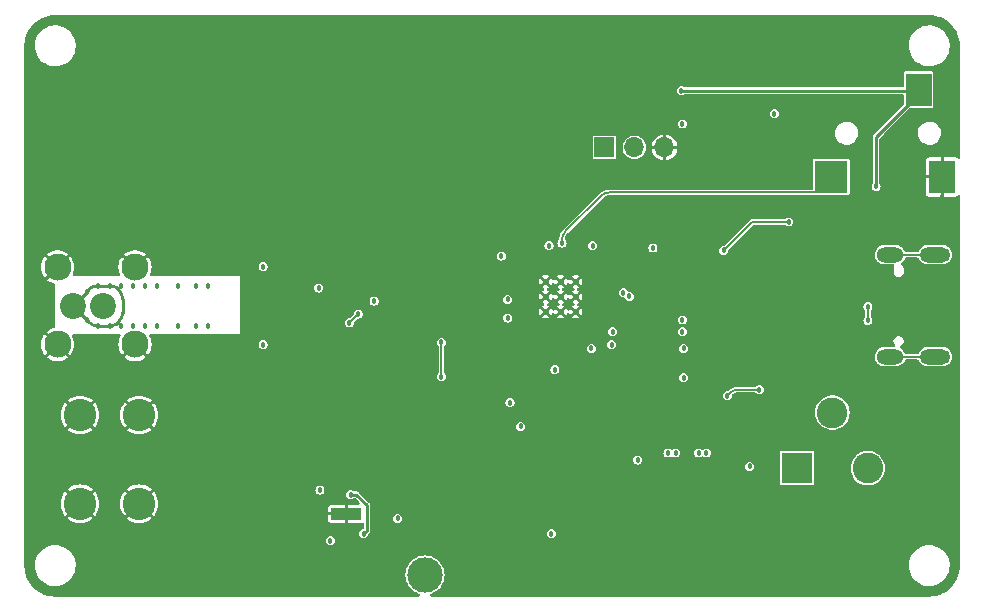
<source format=gbl>
G04 #@! TF.GenerationSoftware,KiCad,Pcbnew,7.0.6-7.0.6~ubuntu20.04.1*
G04 #@! TF.CreationDate,2024-01-10T11:24:14-08:00*
G04 #@! TF.ProjectId,harp_lick_detector_capactive,68617270-5f6c-4696-936b-5f6465746563,rev?*
G04 #@! TF.SameCoordinates,PX640a5a0PY7088980*
G04 #@! TF.FileFunction,Copper,L4,Bot*
G04 #@! TF.FilePolarity,Positive*
%FSLAX46Y46*%
G04 Gerber Fmt 4.6, Leading zero omitted, Abs format (unit mm)*
G04 Created by KiCad (PCBNEW 7.0.6-7.0.6~ubuntu20.04.1) date 2024-01-10 11:24:14*
%MOMM*%
%LPD*%
G01*
G04 APERTURE LIST*
G04 #@! TA.AperFunction,ComponentPad*
%ADD10C,2.200000*%
G04 #@! TD*
G04 #@! TA.AperFunction,ComponentPad*
%ADD11C,2.300000*%
G04 #@! TD*
G04 #@! TA.AperFunction,ComponentPad*
%ADD12R,2.600000X2.600000*%
G04 #@! TD*
G04 #@! TA.AperFunction,ComponentPad*
%ADD13C,2.600000*%
G04 #@! TD*
G04 #@! TA.AperFunction,ComponentPad*
%ADD14C,0.600000*%
G04 #@! TD*
G04 #@! TA.AperFunction,SMDPad,CuDef*
%ADD15R,2.650000X1.000000*%
G04 #@! TD*
G04 #@! TA.AperFunction,ComponentPad*
%ADD16O,2.300000X1.300000*%
G04 #@! TD*
G04 #@! TA.AperFunction,ComponentPad*
%ADD17O,2.600000X1.300000*%
G04 #@! TD*
G04 #@! TA.AperFunction,ComponentPad*
%ADD18C,2.750000*%
G04 #@! TD*
G04 #@! TA.AperFunction,ComponentPad*
%ADD19R,1.700000X1.700000*%
G04 #@! TD*
G04 #@! TA.AperFunction,ComponentPad*
%ADD20O,1.700000X1.700000*%
G04 #@! TD*
G04 #@! TA.AperFunction,ComponentPad*
%ADD21C,3.000000*%
G04 #@! TD*
G04 #@! TA.AperFunction,SMDPad,CuDef*
%ADD22R,2.200000X2.800000*%
G04 #@! TD*
G04 #@! TA.AperFunction,SMDPad,CuDef*
%ADD23R,2.800000X2.800000*%
G04 #@! TD*
G04 #@! TA.AperFunction,ViaPad*
%ADD24C,0.457200*%
G04 #@! TD*
G04 #@! TA.AperFunction,Conductor*
%ADD25C,0.152400*%
G04 #@! TD*
G04 #@! TA.AperFunction,Conductor*
%ADD26C,0.254000*%
G04 #@! TD*
G04 #@! TA.AperFunction,Conductor*
%ADD27C,0.250000*%
G04 #@! TD*
G04 APERTURE END LIST*
D10*
G04 #@! TO.P,J3,1,In*
G04 #@! TO.N,/Lick Detection Analog Front End/triax_core*
X7000000Y25000000D03*
G04 #@! TO.P,J3,2,Guard*
G04 #@! TO.N,/Lick Detection Analog Front End/triax_inner_shield*
X4460000Y25000000D03*
D11*
G04 #@! TO.P,J3,3,Shield*
G04 #@! TO.N,GND*
X3190000Y21723400D03*
X9743200Y21723400D03*
X3190000Y28276600D03*
X9743200Y28276600D03*
G04 #@! TD*
D12*
G04 #@! TO.P,J6,1*
G04 #@! TO.N,+12V*
X65800000Y11250000D03*
D13*
G04 #@! TO.P,J6,2*
G04 #@! TO.N,GND2*
X71800000Y11250000D03*
G04 #@! TO.P,J6,3*
G04 #@! TO.N,unconnected-(J6-Pad3)*
X68800000Y15950000D03*
G04 #@! TD*
D14*
G04 #@! TO.P,U11,13,PAD*
G04 #@! TO.N,GND*
X28650000Y7400000D03*
X27650000Y7400000D03*
D15*
X27650000Y7400000D03*
D14*
X26650000Y7400000D03*
G04 #@! TD*
G04 #@! TO.P,U4,57,GND*
G04 #@! TO.N,GND*
X47075000Y27037500D03*
X45800000Y27037500D03*
X44525000Y27037500D03*
X47075000Y25762500D03*
X45800000Y25762500D03*
X44525000Y25762500D03*
X47075000Y24487500D03*
X45800000Y24487500D03*
X44525000Y24487500D03*
G04 #@! TD*
D16*
G04 #@! TO.P,J5,S1,SHIELD*
G04 #@! TO.N,GND1*
X73675000Y20680000D03*
D17*
X77500000Y20680000D03*
D16*
X73675000Y29320000D03*
D17*
X77500000Y29320000D03*
G04 #@! TD*
D18*
G04 #@! TO.P,H1,1,1*
G04 #@! TO.N,GND*
X10100000Y15750000D03*
X5100000Y15750000D03*
X10100000Y8250000D03*
X5100000Y8250000D03*
G04 #@! TD*
D19*
G04 #@! TO.P,J2,1,Pin_1*
G04 #@! TO.N,/Harp Core RP2040 + Isolated USB/UART0_TXD*
X49500000Y38400000D03*
D20*
G04 #@! TO.P,J2,2,Pin_2*
G04 #@! TO.N,/Harp Core RP2040 + Isolated USB/UART0_RXD*
X52040000Y38400000D03*
G04 #@! TO.P,J2,3,Pin_3*
G04 #@! TO.N,GND*
X54580000Y38400000D03*
G04 #@! TD*
D21*
G04 #@! TO.P,TP1,1,1*
G04 #@! TO.N,Net-(R22-Pad1)*
X34300000Y2200000D03*
G04 #@! TD*
D22*
G04 #@! TO.P,J4,R*
G04 #@! TO.N,+3V3*
X76100000Y43300000D03*
G04 #@! TO.P,J4,S*
G04 #@! TO.N,GND*
X78100000Y35900000D03*
D23*
G04 #@! TO.P,J4,T*
G04 #@! TO.N,/Harp Core RP2040 + Isolated USB/HARP_CLK_SYNC*
X68700000Y35900000D03*
G04 #@! TD*
D24*
G04 #@! TO.N,GND*
X39400000Y9380000D03*
X74619498Y44000000D03*
X16800000Y21300000D03*
X28600000Y11000000D03*
X39500000Y16800000D03*
X59500000Y38300000D03*
X16800000Y28700000D03*
X39600000Y23900000D03*
X49400000Y21400000D03*
X78700000Y16900000D03*
X39200000Y29800000D03*
X37900000Y34100000D03*
X56200000Y20100000D03*
X39500000Y4200000D03*
X78800000Y31100000D03*
X78100000Y34200000D03*
X35350000Y26050000D03*
X54200000Y28100000D03*
X54200000Y26500000D03*
X65100000Y31300000D03*
X32800000Y21800000D03*
X31900000Y34100000D03*
X50900000Y32600000D03*
X56175000Y6675000D03*
X52300000Y7737500D03*
X22800000Y21700000D03*
X27000000Y19400000D03*
X60700000Y42692500D03*
X62100000Y30000000D03*
X38600000Y14800000D03*
X38900000Y24500000D03*
X56100000Y27900000D03*
X35400000Y27800000D03*
X28900000Y34100000D03*
X62800000Y13700000D03*
X56825000Y6675000D03*
X61500000Y41200000D03*
X38800000Y26900000D03*
X25300000Y28700000D03*
X24200000Y27200000D03*
X26700000Y32200000D03*
X75000000Y35200000D03*
X38900000Y25500000D03*
X29700000Y33500000D03*
X34900000Y34100000D03*
X52900000Y23100000D03*
X40900000Y6700000D03*
X62800000Y3350000D03*
X24600000Y28100000D03*
X35500000Y23380000D03*
X43200000Y7500000D03*
X22700000Y4300000D03*
X39800000Y29200000D03*
X60700000Y7737500D03*
X39600000Y20700000D03*
X73500000Y35100000D03*
X52300000Y21100000D03*
X52900000Y22100000D03*
X38600000Y33500000D03*
X58700000Y38300000D03*
X25700000Y5900000D03*
X48500000Y32600000D03*
X22800000Y28300000D03*
X56825000Y10125000D03*
X37700000Y15900000D03*
X56175000Y10125000D03*
X26100000Y31500000D03*
X44200000Y7500000D03*
X55900000Y29900000D03*
X61000000Y38100000D03*
X35700000Y33500000D03*
X50200000Y13700000D03*
X32700000Y33500000D03*
X35100000Y25000000D03*
X54200000Y27100000D03*
X34600000Y26900000D03*
X42500000Y30300000D03*
G04 #@! TO.N,+3V3*
X48500000Y30100000D03*
X56100000Y23800000D03*
X56100000Y40400000D03*
X51100000Y26100000D03*
X48400000Y21400000D03*
X40780000Y29200000D03*
X41500000Y16800000D03*
X41300000Y23962500D03*
X44800000Y30100000D03*
X56200000Y21400000D03*
X51600000Y25800000D03*
X56100000Y22800000D03*
X50200000Y22800000D03*
X56000000Y43200000D03*
X42400000Y14800000D03*
X50100000Y21700000D03*
X56200000Y18900000D03*
X54875000Y12537500D03*
X52300000Y11937500D03*
X53600000Y29900000D03*
X41300000Y25550000D03*
X55525000Y12537500D03*
X72500000Y35100000D03*
X45300000Y19600000D03*
G04 #@! TO.N,GND1*
X71800000Y24921900D03*
X71800000Y23769500D03*
G04 #@! TO.N,+2V5*
X32000000Y7000000D03*
X20600000Y28300000D03*
X25300000Y26500000D03*
G04 #@! TO.N,-2V5*
X25400000Y9400000D03*
X20600000Y21700000D03*
X30000000Y25400000D03*
G04 #@! TO.N,+5V*
X61800000Y11400000D03*
X26296225Y5103775D03*
X63875000Y41275000D03*
X28000000Y9000000D03*
X57475000Y12537500D03*
X58125000Y12537500D03*
X45000000Y5700000D03*
X29114175Y5700000D03*
G04 #@! TO.N,Net-(C30-Pad2)*
X27900914Y23553214D03*
X28648850Y24301150D03*
G04 #@! TO.N,VREF_1V25*
X35700000Y21900000D03*
X35700000Y19000000D03*
G04 #@! TO.N,/Lick Detection Analog Front End/triax_inner_shield*
X15900000Y26700000D03*
X7600000Y23300000D03*
X13400000Y26700000D03*
X9600000Y26700000D03*
X8600000Y26700000D03*
X10600000Y23300000D03*
X14900000Y26700000D03*
X11600000Y23300000D03*
X11600000Y26700000D03*
X7600000Y26700000D03*
X9600000Y23300000D03*
X6600000Y26700000D03*
X15900000Y23300000D03*
X8600000Y23300000D03*
X5700000Y26200000D03*
X10600000Y26700000D03*
X5700000Y23800000D03*
X13400000Y23300000D03*
X6600000Y23300000D03*
X14900000Y23300000D03*
G04 #@! TO.N,/Harp Core RP2040 + Isolated USB/HARP_CLK_SYNC*
X45900000Y30300000D03*
G04 #@! TO.N,Net-(U4-GPIO24)*
X62600000Y17900000D03*
X59900000Y17400000D03*
G04 #@! TO.N,Net-(U4-GPIO25)*
X59600000Y29700000D03*
X65100000Y32100000D03*
G04 #@! TD*
D25*
G04 #@! TO.N,GND*
X78100000Y35900000D02*
X78100000Y34200000D01*
D26*
G04 #@! TO.N,+3V3*
X76000000Y42800000D02*
X72500000Y39300000D01*
X72500000Y39300000D02*
X72500000Y35100000D01*
X76000000Y43200000D02*
X76000000Y42800000D01*
X76000000Y43200000D02*
X76100000Y43300000D01*
X56000000Y43200000D02*
X76000000Y43200000D01*
D25*
G04 #@! TO.N,GND1*
X77500000Y20680000D02*
X73675000Y20680000D01*
X71800000Y24921900D02*
X71800000Y23769500D01*
X77500000Y29320000D02*
X73675000Y29320000D01*
D27*
G04 #@! TO.N,+5V*
X29400000Y5985825D02*
X29400000Y8100000D01*
X29400000Y8100000D02*
X28500000Y9000000D01*
X28500000Y9000000D02*
X28000000Y9000000D01*
X29114175Y5700000D02*
X29400000Y5985825D01*
D25*
G04 #@! TO.N,Net-(C30-Pad2)*
X28648850Y24301150D02*
X27900914Y23553214D01*
G04 #@! TO.N,VREF_1V25*
X35700000Y19000000D02*
X35700000Y21900000D01*
D26*
G04 #@! TO.N,/Lick Detection Analog Front End/triax_inner_shield*
X8407107Y23707107D02*
X8146446Y23446446D01*
X8146447Y26553553D02*
X8407107Y26292893D01*
X5660000Y26200000D02*
X5700000Y26200000D01*
X4460000Y25000000D02*
X5660000Y26200000D01*
X4460000Y25000000D02*
X5660000Y23800000D01*
X8700000Y25585786D02*
X8700000Y24414214D01*
X6600000Y26700000D02*
X7600000Y26700000D01*
X5660000Y23800000D02*
X5700000Y23800000D01*
X6574214Y23300000D02*
X6600000Y23300000D01*
X7600000Y26700000D02*
X7792893Y26700000D01*
X5700000Y26240000D02*
X5867107Y26407107D01*
X5700000Y23760000D02*
X5867107Y23592893D01*
X6600000Y23300000D02*
X7600000Y23300000D01*
X5700000Y26200000D02*
X5700000Y26240000D01*
X6574214Y26700000D02*
X6600000Y26700000D01*
X7792893Y23300000D02*
X7600000Y23300000D01*
X5700000Y23800000D02*
X5700000Y23760000D01*
X5867100Y23592886D02*
G75*
G03*
X6574214Y23300000I707100J707114D01*
G01*
X8407114Y23707100D02*
G75*
G03*
X8700000Y24414214I-707114J707100D01*
G01*
X6574214Y26699990D02*
G75*
G03*
X5867107Y26407107I-14J-999990D01*
G01*
X8146450Y26553556D02*
G75*
G03*
X7792893Y26700000I-353550J-353556D01*
G01*
X7792893Y23300005D02*
G75*
G03*
X8146446Y23446446I7J499995D01*
G01*
X8699990Y25585786D02*
G75*
G03*
X8407107Y26292893I-999990J14D01*
G01*
D25*
G04 #@! TO.N,/Harp Core RP2040 + Isolated USB/HARP_CLK_SYNC*
X67400000Y34600000D02*
X68700000Y35900000D01*
X45900000Y30300000D02*
X45900000Y30585786D01*
X49914214Y34600000D02*
X67400000Y34600000D01*
X46192893Y31292893D02*
X49207107Y34307107D01*
X46192886Y31292900D02*
G75*
G03*
X45900000Y30585786I707114J-707100D01*
G01*
X49914214Y34599990D02*
G75*
G03*
X49207107Y34307107I-14J-999990D01*
G01*
G04 #@! TO.N,Net-(U4-GPIO24)*
X60814214Y17900000D02*
X62600000Y17900000D01*
X59900000Y17400000D02*
X60107107Y17607107D01*
X60814214Y17899990D02*
G75*
G03*
X60107107Y17607107I-14J-999990D01*
G01*
G04 #@! TO.N,Net-(U4-GPIO25)*
X62000000Y32100000D02*
X59600000Y29700000D01*
X65100000Y32100000D02*
X62000000Y32100000D01*
G04 #@! TD*
G04 #@! TA.AperFunction,Conductor*
G04 #@! TO.N,GND*
G36*
X77001735Y49618402D02*
G01*
X77132594Y49611054D01*
X77289712Y49602230D01*
X77296599Y49601454D01*
X77579234Y49553433D01*
X77586017Y49551885D01*
X77861495Y49472522D01*
X77868055Y49470225D01*
X77984861Y49421843D01*
X78132916Y49360517D01*
X78139173Y49357502D01*
X78390075Y49218833D01*
X78395967Y49215131D01*
X78629764Y49049243D01*
X78635205Y49044905D01*
X78848960Y48853881D01*
X78853880Y48848961D01*
X79044904Y48635206D01*
X79049242Y48629765D01*
X79215130Y48395968D01*
X79218832Y48390076D01*
X79357501Y48139174D01*
X79360521Y48132905D01*
X79470224Y47868056D01*
X79472523Y47861489D01*
X79551884Y47586018D01*
X79553432Y47579235D01*
X79601451Y47296617D01*
X79602230Y47289703D01*
X79618402Y47001737D01*
X79618500Y46998259D01*
X79618500Y37539632D01*
X79598815Y37472593D01*
X79546011Y37426838D01*
X79476853Y37416894D01*
X79413297Y37445919D01*
X79391398Y37470740D01*
X79383122Y37483125D01*
X79299104Y37539264D01*
X79299103Y37539265D01*
X79225021Y37554000D01*
X78227000Y37554000D01*
X78227000Y34246001D01*
X79225015Y34246001D01*
X79299106Y34260738D01*
X79299109Y34260739D01*
X79383123Y34316877D01*
X79391397Y34329258D01*
X79445009Y34374064D01*
X79514333Y34382773D01*
X79577361Y34352619D01*
X79614081Y34293176D01*
X79618500Y34260369D01*
X79618500Y3001742D01*
X79618402Y2998264D01*
X79602230Y2710298D01*
X79601451Y2703384D01*
X79553432Y2420766D01*
X79551884Y2413983D01*
X79472523Y2138512D01*
X79470224Y2131945D01*
X79360521Y1867096D01*
X79357501Y1860827D01*
X79218832Y1609925D01*
X79215130Y1604033D01*
X79049242Y1370236D01*
X79044904Y1364795D01*
X78853880Y1151040D01*
X78848960Y1146120D01*
X78635205Y955096D01*
X78629764Y950758D01*
X78395967Y784870D01*
X78390075Y781168D01*
X78139173Y642499D01*
X78132904Y639479D01*
X77868055Y529776D01*
X77861488Y527477D01*
X77586017Y448116D01*
X77579234Y446568D01*
X77296616Y398549D01*
X77289702Y397770D01*
X77001736Y381598D01*
X76998258Y381500D01*
X34851576Y381500D01*
X34784537Y401185D01*
X34738782Y453989D01*
X34728838Y523147D01*
X34757863Y586703D01*
X34808315Y620156D01*
X34807853Y621273D01*
X35052721Y722701D01*
X35274551Y858639D01*
X35274551Y858640D01*
X35274554Y858641D01*
X35472391Y1027609D01*
X35641359Y1225446D01*
X35670195Y1272501D01*
X35777299Y1447279D01*
X35876862Y1687646D01*
X35892225Y1751636D01*
X35937598Y1940630D01*
X35958011Y2200000D01*
X35937598Y2459370D01*
X35918025Y2540897D01*
X35876862Y2712355D01*
X35777299Y2952722D01*
X35707660Y3066363D01*
X75268687Y3066363D01*
X75278846Y2801301D01*
X75329350Y2540894D01*
X75419009Y2291257D01*
X75419012Y2291250D01*
X75545726Y2058228D01*
X75545729Y2058223D01*
X75706530Y1847272D01*
X75706534Y1847267D01*
X75897657Y1663330D01*
X76114617Y1510723D01*
X76352331Y1393024D01*
X76605225Y1312991D01*
X76867372Y1272500D01*
X76867376Y1272500D01*
X77066219Y1272500D01*
X77066220Y1272500D01*
X77264478Y1287721D01*
X77522756Y1348161D01*
X77577528Y1370236D01*
X77768774Y1447314D01*
X77768779Y1447317D01*
X77768782Y1447318D01*
X77996788Y1582869D01*
X78201430Y1751636D01*
X78377912Y1949664D01*
X78448215Y2058224D01*
X78522094Y2172306D01*
X78522094Y2172308D01*
X78522096Y2172310D01*
X78630604Y2414357D01*
X78700892Y2670131D01*
X78731313Y2933637D01*
X78721153Y3198699D01*
X78670650Y3459103D01*
X78641107Y3541359D01*
X78580990Y3708744D01*
X78580987Y3708751D01*
X78454273Y3941773D01*
X78454270Y3941778D01*
X78293469Y4152729D01*
X78293466Y4152733D01*
X78102343Y4336670D01*
X78102339Y4336673D01*
X77885382Y4489278D01*
X77647670Y4606976D01*
X77647667Y4606977D01*
X77394777Y4687009D01*
X77289916Y4703206D01*
X77132628Y4727500D01*
X76933780Y4727500D01*
X76735522Y4712279D01*
X76735518Y4712279D01*
X76477246Y4651840D01*
X76477236Y4651837D01*
X76231225Y4552687D01*
X76231216Y4552682D01*
X76003213Y4417132D01*
X75798571Y4248365D01*
X75622088Y4050337D01*
X75622081Y4050328D01*
X75477905Y3827695D01*
X75477904Y3827691D01*
X75369395Y3585643D01*
X75299108Y3329872D01*
X75268687Y3066363D01*
X35707660Y3066363D01*
X35641361Y3174552D01*
X35641357Y3174557D01*
X35580547Y3245756D01*
X35472391Y3372391D01*
X35364233Y3464766D01*
X35274556Y3541358D01*
X35274551Y3541362D01*
X35052721Y3677300D01*
X34812354Y3776863D01*
X34559373Y3837598D01*
X34300000Y3858011D01*
X34040626Y3837598D01*
X33787645Y3776863D01*
X33547278Y3677300D01*
X33325448Y3541362D01*
X33325443Y3541358D01*
X33127609Y3372391D01*
X32958642Y3174557D01*
X32958638Y3174552D01*
X32822700Y2952722D01*
X32723137Y2712355D01*
X32662402Y2459374D01*
X32641989Y2200000D01*
X32662402Y1940627D01*
X32723137Y1687646D01*
X32822700Y1447279D01*
X32958638Y1225449D01*
X32958642Y1225444D01*
X33018145Y1155775D01*
X33127609Y1027609D01*
X33254244Y919453D01*
X33325443Y858643D01*
X33325448Y858639D01*
X33547278Y722701D01*
X33792147Y621273D01*
X33791650Y620076D01*
X33844419Y583992D01*
X33871616Y519633D01*
X33859701Y450787D01*
X33812456Y399312D01*
X33748424Y381500D01*
X3001742Y381500D01*
X2998265Y381598D01*
X2710297Y397770D01*
X2703385Y398549D01*
X2663072Y405399D01*
X2420765Y446568D01*
X2413982Y448116D01*
X2138511Y527477D01*
X2131944Y529776D01*
X1906546Y623138D01*
X1867091Y639481D01*
X1860826Y642499D01*
X1609924Y781168D01*
X1604032Y784870D01*
X1370235Y950758D01*
X1364794Y955096D01*
X1151039Y1146120D01*
X1146119Y1151040D01*
X955095Y1364795D01*
X950757Y1370236D01*
X784869Y1604033D01*
X781167Y1609925D01*
X642498Y1860827D01*
X639483Y1867084D01*
X560309Y2058228D01*
X529775Y2131945D01*
X527476Y2138512D01*
X517740Y2172306D01*
X448115Y2413983D01*
X446567Y2420766D01*
X440007Y2459374D01*
X398546Y2703401D01*
X397770Y2710288D01*
X385227Y2933638D01*
X381598Y2998265D01*
X381500Y3001742D01*
X381500Y3066363D01*
X1268687Y3066363D01*
X1278846Y2801301D01*
X1329350Y2540894D01*
X1419009Y2291257D01*
X1419012Y2291250D01*
X1545726Y2058228D01*
X1545729Y2058223D01*
X1706530Y1847272D01*
X1706534Y1847267D01*
X1897657Y1663330D01*
X2114617Y1510723D01*
X2352331Y1393024D01*
X2605225Y1312991D01*
X2867372Y1272500D01*
X2867376Y1272500D01*
X3066219Y1272500D01*
X3066220Y1272500D01*
X3264478Y1287721D01*
X3522756Y1348161D01*
X3577528Y1370236D01*
X3768774Y1447314D01*
X3768779Y1447317D01*
X3768782Y1447318D01*
X3996788Y1582869D01*
X4201430Y1751636D01*
X4377912Y1949664D01*
X4448215Y2058224D01*
X4522094Y2172306D01*
X4522094Y2172308D01*
X4522096Y2172310D01*
X4630604Y2414357D01*
X4700892Y2670131D01*
X4731313Y2933637D01*
X4721153Y3198699D01*
X4670650Y3459103D01*
X4641107Y3541359D01*
X4580990Y3708744D01*
X4580987Y3708751D01*
X4454273Y3941773D01*
X4454270Y3941778D01*
X4293469Y4152729D01*
X4293466Y4152733D01*
X4102343Y4336670D01*
X4102339Y4336673D01*
X3885382Y4489278D01*
X3647670Y4606976D01*
X3647667Y4606977D01*
X3394777Y4687009D01*
X3289916Y4703206D01*
X3132628Y4727500D01*
X2933780Y4727500D01*
X2735522Y4712279D01*
X2735518Y4712279D01*
X2477246Y4651840D01*
X2477236Y4651837D01*
X2231225Y4552687D01*
X2231216Y4552682D01*
X2003213Y4417132D01*
X1798571Y4248365D01*
X1622088Y4050337D01*
X1622081Y4050328D01*
X1477905Y3827695D01*
X1477904Y3827691D01*
X1369395Y3585643D01*
X1299108Y3329872D01*
X1268687Y3066363D01*
X381500Y3066363D01*
X381500Y5103773D01*
X25909970Y5103773D01*
X25928873Y4984419D01*
X25983736Y4876742D01*
X26069191Y4791287D01*
X26176868Y4736424D01*
X26296223Y4717520D01*
X26296225Y4717520D01*
X26296227Y4717520D01*
X26415581Y4736424D01*
X26415582Y4736425D01*
X26415584Y4736425D01*
X26523260Y4791288D01*
X26608712Y4876740D01*
X26663575Y4984416D01*
X26663575Y4984418D01*
X26663576Y4984419D01*
X26682480Y5103773D01*
X26682480Y5103778D01*
X26663576Y5223132D01*
X26608713Y5330809D01*
X26523258Y5416264D01*
X26415581Y5471127D01*
X26296227Y5490030D01*
X26296223Y5490030D01*
X26176868Y5471127D01*
X26069191Y5416264D01*
X25983736Y5330809D01*
X25928873Y5223132D01*
X25909970Y5103778D01*
X25909970Y5103773D01*
X381500Y5103773D01*
X381500Y8250000D01*
X3465963Y8250000D01*
X3486081Y7994377D01*
X3545938Y7745053D01*
X3644061Y7508163D01*
X3778032Y7289542D01*
X3778033Y7289540D01*
X3861826Y7191432D01*
X4362193Y7691800D01*
X4408805Y7627645D01*
X4539536Y7509934D01*
X4041430Y7011828D01*
X4139539Y6928034D01*
X4139541Y6928033D01*
X4358162Y6794062D01*
X4595052Y6695939D01*
X4844376Y6636082D01*
X5099999Y6615964D01*
X5355623Y6636082D01*
X5604947Y6695939D01*
X5841837Y6794062D01*
X6060458Y6928033D01*
X6060459Y6928034D01*
X6158568Y7011828D01*
X5660462Y7509933D01*
X5791195Y7627645D01*
X5837805Y7691799D01*
X6338172Y7191432D01*
X6421966Y7289541D01*
X6421967Y7289542D01*
X6555938Y7508163D01*
X6654061Y7745053D01*
X6713918Y7994377D01*
X6734036Y8250000D01*
X8465963Y8250000D01*
X8486081Y7994377D01*
X8545938Y7745053D01*
X8644061Y7508163D01*
X8778032Y7289542D01*
X8778033Y7289540D01*
X8861826Y7191432D01*
X9362193Y7691800D01*
X9408805Y7627645D01*
X9539536Y7509934D01*
X9041430Y7011828D01*
X9139539Y6928034D01*
X9139541Y6928033D01*
X9358162Y6794062D01*
X9595052Y6695939D01*
X9844376Y6636082D01*
X10100000Y6615964D01*
X10355623Y6636082D01*
X10604947Y6695939D01*
X10841837Y6794062D01*
X11060458Y6928033D01*
X11060459Y6928034D01*
X11158568Y7011828D01*
X10660462Y7509933D01*
X10791195Y7627645D01*
X10837805Y7691799D01*
X11338172Y7191432D01*
X11421966Y7289541D01*
X11421967Y7289542D01*
X11555938Y7508163D01*
X11563741Y7527000D01*
X26071000Y7527000D01*
X26564869Y7527000D01*
X26515514Y7477646D01*
X26494709Y7400000D01*
X26515514Y7322355D01*
X26564869Y7273000D01*
X26071001Y7273000D01*
X26071001Y6874986D01*
X26085737Y6800894D01*
X26085738Y6800891D01*
X26141876Y6716877D01*
X26225895Y6660737D01*
X26225896Y6660736D01*
X26299980Y6646001D01*
X27522999Y6646001D01*
X27523000Y6646002D01*
X27523000Y7273000D01*
X26735131Y7273000D01*
X26784486Y7322354D01*
X26805291Y7400000D01*
X27494709Y7400000D01*
X27515514Y7322355D01*
X27572355Y7265514D01*
X27630254Y7250000D01*
X27669746Y7250000D01*
X27727645Y7265514D01*
X27776999Y7314869D01*
X27777000Y6646001D01*
X28998100Y6646001D01*
X29065139Y6626316D01*
X29110894Y6573512D01*
X29122100Y6522001D01*
X29122099Y6193417D01*
X29102414Y6126377D01*
X29049610Y6080622D01*
X29017501Y6070944D01*
X28994817Y6067351D01*
X28887141Y6012489D01*
X28801686Y5927034D01*
X28746823Y5819357D01*
X28727920Y5700003D01*
X28727920Y5699998D01*
X28746823Y5580644D01*
X28801686Y5472967D01*
X28887141Y5387512D01*
X28994818Y5332649D01*
X29114173Y5313745D01*
X29114175Y5313745D01*
X29114177Y5313745D01*
X29233531Y5332649D01*
X29233532Y5332650D01*
X29233534Y5332650D01*
X29341210Y5387513D01*
X29426662Y5472965D01*
X29481525Y5580641D01*
X29492855Y5652182D01*
X29515523Y5699998D01*
X44613745Y5699998D01*
X44632648Y5580644D01*
X44687511Y5472967D01*
X44772966Y5387512D01*
X44880643Y5332649D01*
X44999998Y5313745D01*
X45000000Y5313745D01*
X45000002Y5313745D01*
X45119356Y5332649D01*
X45119357Y5332650D01*
X45119359Y5332650D01*
X45227035Y5387513D01*
X45312487Y5472965D01*
X45367350Y5580641D01*
X45367350Y5580643D01*
X45367351Y5580644D01*
X45386255Y5699998D01*
X45386255Y5700003D01*
X45367351Y5819357D01*
X45312488Y5927034D01*
X45227033Y6012489D01*
X45119356Y6067352D01*
X45000002Y6086255D01*
X44999998Y6086255D01*
X44880643Y6067352D01*
X44772966Y6012489D01*
X44687511Y5927034D01*
X44632648Y5819357D01*
X44613745Y5700003D01*
X44613745Y5699998D01*
X29515523Y5699998D01*
X29522783Y5715313D01*
X29527647Y5720463D01*
X29555180Y5747996D01*
X29561668Y5753642D01*
X29570369Y5760213D01*
X29570373Y5760214D01*
X29600116Y5792842D01*
X29602023Y5794840D01*
X29614715Y5807530D01*
X29615927Y5809301D01*
X29621271Y5816048D01*
X29624288Y5819357D01*
X29640368Y5836995D01*
X29642290Y5841958D01*
X29655616Y5867240D01*
X29658625Y5871631D01*
X29665118Y5899242D01*
X29667654Y5907430D01*
X29677900Y5933876D01*
X29677900Y5939200D01*
X29681194Y5967591D01*
X29682412Y5972769D01*
X29678494Y6000851D01*
X29677900Y6009424D01*
X29677900Y6999998D01*
X31613745Y6999998D01*
X31632648Y6880644D01*
X31687511Y6772967D01*
X31772966Y6687512D01*
X31880643Y6632649D01*
X31999998Y6613745D01*
X32000000Y6613745D01*
X32000002Y6613745D01*
X32119356Y6632649D01*
X32119357Y6632650D01*
X32119359Y6632650D01*
X32227035Y6687513D01*
X32312487Y6772965D01*
X32367350Y6880641D01*
X32367350Y6880643D01*
X32367351Y6880644D01*
X32386255Y6999998D01*
X32386255Y7000003D01*
X32367351Y7119357D01*
X32312488Y7227034D01*
X32227033Y7312489D01*
X32119356Y7367352D01*
X32000002Y7386255D01*
X31999998Y7386255D01*
X31880643Y7367352D01*
X31772966Y7312489D01*
X31687511Y7227034D01*
X31632648Y7119357D01*
X31613745Y7000003D01*
X31613745Y6999998D01*
X29677900Y6999998D01*
X29677900Y8041558D01*
X29678495Y8050134D01*
X29680001Y8060936D01*
X29680003Y8060941D01*
X29677966Y8105000D01*
X29677900Y8107863D01*
X29677900Y8125751D01*
X29677900Y8125753D01*
X29677503Y8127872D01*
X29676513Y8136410D01*
X29675756Y8152779D01*
X29675204Y8164727D01*
X29673052Y8169599D01*
X29664600Y8196896D01*
X29663623Y8202128D01*
X29648688Y8226248D01*
X29644694Y8233824D01*
X29633238Y8259772D01*
X29629474Y8263536D01*
X29611728Y8285940D01*
X29608928Y8290463D01*
X29586298Y8307552D01*
X29579816Y8313194D01*
X28737831Y9155179D01*
X28732187Y9161665D01*
X28725610Y9170374D01*
X28693018Y9200086D01*
X28690946Y9202064D01*
X28678293Y9214717D01*
X28676512Y9215937D01*
X28669777Y9221273D01*
X28648830Y9240368D01*
X28643862Y9242293D01*
X28618588Y9255615D01*
X28614194Y9258625D01*
X28614193Y9258626D01*
X28614192Y9258626D01*
X28586591Y9265119D01*
X28578383Y9267661D01*
X28551950Y9277900D01*
X28551949Y9277900D01*
X28546626Y9277900D01*
X28518236Y9281194D01*
X28513057Y9282412D01*
X28484975Y9278495D01*
X28476402Y9277900D01*
X28312984Y9277900D01*
X28245945Y9297585D01*
X28231271Y9309410D01*
X28227034Y9312488D01*
X28119356Y9367352D01*
X28000002Y9386255D01*
X27999998Y9386255D01*
X27880643Y9367352D01*
X27772966Y9312489D01*
X27687511Y9227034D01*
X27632648Y9119357D01*
X27613744Y9000003D01*
X27613744Y8999998D01*
X27632648Y8880644D01*
X27687511Y8772967D01*
X27772966Y8687512D01*
X27880643Y8632649D01*
X27999998Y8613745D01*
X28000000Y8613745D01*
X28000002Y8613745D01*
X28119356Y8632649D01*
X28119357Y8632650D01*
X28119359Y8632650D01*
X28227035Y8687513D01*
X28227037Y8687516D01*
X28234926Y8693246D01*
X28236075Y8691664D01*
X28286626Y8719266D01*
X28312984Y8722100D01*
X28333529Y8722100D01*
X28400568Y8702415D01*
X28421210Y8685781D01*
X28741310Y8365681D01*
X28774795Y8304358D01*
X28769811Y8234666D01*
X28727939Y8178733D01*
X28662475Y8154316D01*
X28653629Y8154000D01*
X27777000Y8154000D01*
X27776999Y7485132D01*
X27727645Y7534486D01*
X27669746Y7550000D01*
X27630254Y7550000D01*
X27572355Y7534486D01*
X27515514Y7477646D01*
X27494709Y7400000D01*
X26805291Y7400000D01*
X26784486Y7477645D01*
X26735131Y7527000D01*
X27523000Y7527000D01*
X27523000Y8154000D01*
X26299985Y8154000D01*
X26225893Y8139263D01*
X26225890Y8139262D01*
X26141876Y8083124D01*
X26085736Y7999105D01*
X26085735Y7999104D01*
X26071000Y7925022D01*
X26071000Y7527000D01*
X11563741Y7527000D01*
X11654061Y7745053D01*
X11713918Y7994377D01*
X11734036Y8250000D01*
X11713918Y8505624D01*
X11654061Y8754948D01*
X11555938Y8991838D01*
X11421967Y9210459D01*
X11421966Y9210461D01*
X11338172Y9308570D01*
X10837804Y8808202D01*
X10791195Y8872355D01*
X10660462Y8990068D01*
X11070392Y9399998D01*
X25013744Y9399998D01*
X25032648Y9280644D01*
X25087511Y9172967D01*
X25172966Y9087512D01*
X25280643Y9032649D01*
X25399998Y9013745D01*
X25400000Y9013745D01*
X25400002Y9013745D01*
X25519356Y9032649D01*
X25519357Y9032650D01*
X25519359Y9032650D01*
X25627035Y9087513D01*
X25712487Y9172965D01*
X25767350Y9280641D01*
X25767350Y9280643D01*
X25767351Y9280644D01*
X25786255Y9399998D01*
X25786255Y9400003D01*
X25767351Y9519357D01*
X25712488Y9627034D01*
X25627033Y9712489D01*
X25519356Y9767352D01*
X25400002Y9786255D01*
X25399998Y9786255D01*
X25280643Y9767352D01*
X25172966Y9712489D01*
X25087511Y9627034D01*
X25032648Y9519357D01*
X25013744Y9400003D01*
X25013744Y9399998D01*
X11070392Y9399998D01*
X11158568Y9488174D01*
X11060460Y9571967D01*
X11060458Y9571968D01*
X10841837Y9705939D01*
X10604947Y9804062D01*
X10355623Y9863919D01*
X10100000Y9884037D01*
X9844376Y9863919D01*
X9595052Y9804062D01*
X9358162Y9705939D01*
X9139539Y9571966D01*
X9139534Y9571963D01*
X9041430Y9488174D01*
X9539537Y8990068D01*
X9408805Y8872355D01*
X9362194Y8808202D01*
X8861826Y9308570D01*
X8778037Y9210466D01*
X8778034Y9210461D01*
X8644061Y8991838D01*
X8545938Y8754948D01*
X8486081Y8505624D01*
X8465963Y8250000D01*
X6734036Y8250000D01*
X6713918Y8505624D01*
X6654061Y8754948D01*
X6555938Y8991838D01*
X6421967Y9210459D01*
X6421966Y9210461D01*
X6338172Y9308570D01*
X5837804Y8808203D01*
X5791195Y8872355D01*
X5660461Y8990068D01*
X6158568Y9488174D01*
X6060460Y9571967D01*
X6060458Y9571968D01*
X5841837Y9705939D01*
X5604947Y9804062D01*
X5355623Y9863919D01*
X5100000Y9884037D01*
X4844376Y9863919D01*
X4595052Y9804062D01*
X4358162Y9705939D01*
X4139539Y9571966D01*
X4139534Y9571963D01*
X4041430Y9488174D01*
X4539536Y8990067D01*
X4408805Y8872355D01*
X4362194Y8808202D01*
X3861826Y9308570D01*
X3778037Y9210466D01*
X3778034Y9210461D01*
X3644061Y8991838D01*
X3545938Y8754948D01*
X3486081Y8505624D01*
X3465963Y8250000D01*
X381500Y8250000D01*
X381500Y9934946D01*
X64347100Y9934946D01*
X64355972Y9890342D01*
X64355973Y9890339D01*
X64373627Y9863919D01*
X64389766Y9839766D01*
X64440342Y9805972D01*
X64440343Y9805972D01*
X64440345Y9805971D01*
X64462642Y9801536D01*
X64484943Y9797100D01*
X67115056Y9797101D01*
X67159658Y9805972D01*
X67210234Y9839766D01*
X67244028Y9890342D01*
X67252900Y9934943D01*
X67252900Y11249995D01*
X70342121Y11249995D01*
X70362004Y11010045D01*
X70362004Y11010042D01*
X70362005Y11010041D01*
X70421113Y10776627D01*
X70517834Y10556126D01*
X70649529Y10354552D01*
X70812605Y10177404D01*
X70812608Y10177402D01*
X70812611Y10177399D01*
X71002607Y10029519D01*
X71002613Y10029515D01*
X71002616Y10029513D01*
X71214377Y9914913D01*
X71442112Y9836732D01*
X71679609Y9797100D01*
X71679610Y9797100D01*
X71920390Y9797100D01*
X71920391Y9797100D01*
X72157888Y9836732D01*
X72385623Y9914913D01*
X72597384Y10029513D01*
X72787395Y10177404D01*
X72950471Y10354552D01*
X73082166Y10556126D01*
X73178887Y10776627D01*
X73237995Y11010041D01*
X73257879Y11250000D01*
X73237995Y11489959D01*
X73178887Y11723373D01*
X73082166Y11943874D01*
X72950471Y12145448D01*
X72787395Y12322596D01*
X72787390Y12322600D01*
X72787388Y12322602D01*
X72597392Y12470482D01*
X72597386Y12470486D01*
X72385624Y12585087D01*
X72385619Y12585089D01*
X72157890Y12663268D01*
X71973545Y12694030D01*
X71920391Y12702900D01*
X71679609Y12702900D01*
X71626455Y12694030D01*
X71442109Y12663268D01*
X71214380Y12585089D01*
X71214375Y12585087D01*
X71002613Y12470486D01*
X71002607Y12470482D01*
X70812611Y12322602D01*
X70812608Y12322599D01*
X70812605Y12322597D01*
X70812605Y12322596D01*
X70801438Y12310465D01*
X70649529Y12145448D01*
X70517832Y11943871D01*
X70421113Y11723374D01*
X70362004Y11489956D01*
X70342121Y11250006D01*
X70342121Y11249995D01*
X67252900Y11249995D01*
X67252899Y12565056D01*
X67244028Y12609658D01*
X67244026Y12609660D01*
X67244026Y12609662D01*
X67210234Y12660234D01*
X67159659Y12694027D01*
X67159658Y12694028D01*
X67159657Y12694029D01*
X67159656Y12694029D01*
X67159654Y12694030D01*
X67115059Y12702900D01*
X64484945Y12702900D01*
X64440341Y12694028D01*
X64440338Y12694027D01*
X64389766Y12660235D01*
X64355971Y12609657D01*
X64355970Y12609655D01*
X64347100Y12565060D01*
X64347100Y9934946D01*
X381500Y9934946D01*
X381500Y11399998D01*
X61413745Y11399998D01*
X61432648Y11280644D01*
X61487511Y11172967D01*
X61572966Y11087512D01*
X61680643Y11032649D01*
X61799998Y11013745D01*
X61800000Y11013745D01*
X61800002Y11013745D01*
X61919356Y11032649D01*
X61919357Y11032650D01*
X61919359Y11032650D01*
X62027035Y11087513D01*
X62112487Y11172965D01*
X62167350Y11280641D01*
X62167350Y11280643D01*
X62167351Y11280644D01*
X62186255Y11399998D01*
X62186255Y11400003D01*
X62167351Y11519357D01*
X62112488Y11627034D01*
X62027033Y11712489D01*
X61919356Y11767352D01*
X61800002Y11786255D01*
X61799998Y11786255D01*
X61680643Y11767352D01*
X61572966Y11712489D01*
X61487511Y11627034D01*
X61432648Y11519357D01*
X61413745Y11400003D01*
X61413745Y11399998D01*
X381500Y11399998D01*
X381500Y11937498D01*
X51913745Y11937498D01*
X51932648Y11818144D01*
X51987511Y11710467D01*
X52072966Y11625012D01*
X52180643Y11570149D01*
X52299998Y11551245D01*
X52300000Y11551245D01*
X52300002Y11551245D01*
X52419356Y11570149D01*
X52419357Y11570150D01*
X52419359Y11570150D01*
X52527035Y11625013D01*
X52612487Y11710465D01*
X52667350Y11818141D01*
X52667350Y11818143D01*
X52667351Y11818144D01*
X52686255Y11937498D01*
X52686255Y11937503D01*
X52667351Y12056857D01*
X52612488Y12164534D01*
X52527033Y12249989D01*
X52419356Y12304852D01*
X52300002Y12323755D01*
X52299998Y12323755D01*
X52180643Y12304852D01*
X52072966Y12249989D01*
X51987511Y12164534D01*
X51932648Y12056857D01*
X51913745Y11937503D01*
X51913745Y11937498D01*
X381500Y11937498D01*
X381500Y12537498D01*
X54488745Y12537498D01*
X54507648Y12418144D01*
X54562511Y12310467D01*
X54647966Y12225012D01*
X54755643Y12170149D01*
X54874998Y12151245D01*
X54875000Y12151245D01*
X54875002Y12151245D01*
X54994356Y12170149D01*
X54994357Y12170150D01*
X54994359Y12170150D01*
X55102035Y12225013D01*
X55112318Y12235298D01*
X55173642Y12268782D01*
X55243334Y12263798D01*
X55287681Y12235297D01*
X55297966Y12225012D01*
X55405643Y12170149D01*
X55524998Y12151245D01*
X55525000Y12151245D01*
X55525002Y12151245D01*
X55644356Y12170149D01*
X55644357Y12170150D01*
X55644359Y12170150D01*
X55752035Y12225013D01*
X55837487Y12310465D01*
X55892350Y12418141D01*
X55892350Y12418143D01*
X55892351Y12418144D01*
X55911255Y12537498D01*
X57088745Y12537498D01*
X57107648Y12418144D01*
X57162511Y12310467D01*
X57247966Y12225012D01*
X57355643Y12170149D01*
X57474998Y12151245D01*
X57475000Y12151245D01*
X57475002Y12151245D01*
X57594356Y12170149D01*
X57594357Y12170150D01*
X57594359Y12170150D01*
X57702035Y12225013D01*
X57712318Y12235298D01*
X57773642Y12268782D01*
X57843334Y12263798D01*
X57887681Y12235297D01*
X57897966Y12225012D01*
X58005643Y12170149D01*
X58124998Y12151245D01*
X58125000Y12151245D01*
X58125002Y12151245D01*
X58244356Y12170149D01*
X58244357Y12170150D01*
X58244359Y12170150D01*
X58352035Y12225013D01*
X58437487Y12310465D01*
X58492350Y12418141D01*
X58492350Y12418143D01*
X58492351Y12418144D01*
X58511255Y12537498D01*
X58511255Y12537503D01*
X58492351Y12656857D01*
X58437488Y12764534D01*
X58352033Y12849989D01*
X58244356Y12904852D01*
X58125002Y12923755D01*
X58124998Y12923755D01*
X58005643Y12904852D01*
X57897967Y12849990D01*
X57887679Y12839701D01*
X57826355Y12806218D01*
X57756663Y12811204D01*
X57712321Y12839701D01*
X57702032Y12849990D01*
X57594356Y12904852D01*
X57475002Y12923755D01*
X57474998Y12923755D01*
X57355643Y12904852D01*
X57247966Y12849989D01*
X57162511Y12764534D01*
X57107648Y12656857D01*
X57088745Y12537503D01*
X57088745Y12537498D01*
X55911255Y12537498D01*
X55911255Y12537503D01*
X55892351Y12656857D01*
X55837488Y12764534D01*
X55752033Y12849989D01*
X55644356Y12904852D01*
X55525002Y12923755D01*
X55524998Y12923755D01*
X55405643Y12904852D01*
X55297965Y12849988D01*
X55297964Y12849988D01*
X55287675Y12839699D01*
X55226350Y12806217D01*
X55156659Y12811206D01*
X55112318Y12839704D01*
X55102033Y12849989D01*
X54994356Y12904852D01*
X54875002Y12923755D01*
X54874998Y12923755D01*
X54755643Y12904852D01*
X54647966Y12849989D01*
X54562511Y12764534D01*
X54507648Y12656857D01*
X54488745Y12537503D01*
X54488745Y12537498D01*
X381500Y12537498D01*
X381500Y15750000D01*
X3465963Y15750000D01*
X3486081Y15494377D01*
X3545938Y15245053D01*
X3644061Y15008163D01*
X3778032Y14789542D01*
X3778033Y14789540D01*
X3861826Y14691432D01*
X4362193Y15191800D01*
X4408805Y15127645D01*
X4539536Y15009934D01*
X4041430Y14511828D01*
X4139539Y14428034D01*
X4139541Y14428033D01*
X4358162Y14294062D01*
X4595052Y14195939D01*
X4844376Y14136082D01*
X5100000Y14115964D01*
X5355623Y14136082D01*
X5604947Y14195939D01*
X5841837Y14294062D01*
X6060458Y14428033D01*
X6060459Y14428034D01*
X6158568Y14511828D01*
X5660462Y15009933D01*
X5791195Y15127645D01*
X5837805Y15191799D01*
X6338172Y14691432D01*
X6421966Y14789541D01*
X6421967Y14789542D01*
X6555938Y15008163D01*
X6654061Y15245053D01*
X6713918Y15494377D01*
X6734036Y15750000D01*
X8465963Y15750000D01*
X8486081Y15494377D01*
X8545938Y15245053D01*
X8644061Y15008163D01*
X8778032Y14789542D01*
X8778033Y14789540D01*
X8861826Y14691432D01*
X9362193Y15191800D01*
X9408805Y15127645D01*
X9539536Y15009934D01*
X9041430Y14511828D01*
X9139539Y14428034D01*
X9139541Y14428033D01*
X9358162Y14294062D01*
X9595052Y14195939D01*
X9844376Y14136082D01*
X10100000Y14115964D01*
X10355623Y14136082D01*
X10604947Y14195939D01*
X10841837Y14294062D01*
X11060458Y14428033D01*
X11060459Y14428034D01*
X11158568Y14511828D01*
X10660462Y15009933D01*
X10791195Y15127645D01*
X10837805Y15191799D01*
X11338172Y14691432D01*
X11421966Y14789541D01*
X11421967Y14789542D01*
X11428374Y14799998D01*
X42013745Y14799998D01*
X42032648Y14680644D01*
X42087511Y14572967D01*
X42172966Y14487512D01*
X42280643Y14432649D01*
X42399998Y14413745D01*
X42400000Y14413745D01*
X42400002Y14413745D01*
X42519356Y14432649D01*
X42519357Y14432650D01*
X42519359Y14432650D01*
X42627035Y14487513D01*
X42712487Y14572965D01*
X42767350Y14680641D01*
X42767350Y14680643D01*
X42767351Y14680644D01*
X42786255Y14799998D01*
X42786255Y14800003D01*
X42767351Y14919357D01*
X42712488Y15027034D01*
X42627033Y15112489D01*
X42519356Y15167352D01*
X42400002Y15186255D01*
X42399998Y15186255D01*
X42280643Y15167352D01*
X42172966Y15112489D01*
X42087511Y15027034D01*
X42032648Y14919357D01*
X42013745Y14800003D01*
X42013745Y14799998D01*
X11428374Y14799998D01*
X11555938Y15008163D01*
X11654061Y15245053D01*
X11713918Y15494377D01*
X11734036Y15750000D01*
X11718296Y15949995D01*
X67342121Y15949995D01*
X67362004Y15710045D01*
X67421113Y15476627D01*
X67505189Y15284952D01*
X67517834Y15256126D01*
X67649529Y15054552D01*
X67812605Y14877404D01*
X67812608Y14877402D01*
X67812611Y14877399D01*
X68002607Y14729519D01*
X68002613Y14729515D01*
X68002616Y14729513D01*
X68214377Y14614913D01*
X68442112Y14536732D01*
X68679609Y14497100D01*
X68679610Y14497100D01*
X68920390Y14497100D01*
X68920391Y14497100D01*
X69157888Y14536732D01*
X69385623Y14614913D01*
X69597384Y14729513D01*
X69787395Y14877404D01*
X69950471Y15054552D01*
X70082166Y15256126D01*
X70178887Y15476627D01*
X70237995Y15710041D01*
X70257879Y15950000D01*
X70250635Y16037415D01*
X70237995Y16189956D01*
X70237995Y16189959D01*
X70178887Y16423373D01*
X70082166Y16643874D01*
X69950471Y16845448D01*
X69787395Y17022596D01*
X69787390Y17022600D01*
X69787388Y17022602D01*
X69597392Y17170482D01*
X69597386Y17170486D01*
X69385624Y17285087D01*
X69385619Y17285089D01*
X69157890Y17363268D01*
X68934563Y17400535D01*
X68920391Y17402900D01*
X68679609Y17402900D01*
X68665437Y17400535D01*
X68442109Y17363268D01*
X68214380Y17285089D01*
X68214375Y17285087D01*
X68002613Y17170486D01*
X68002607Y17170482D01*
X67812611Y17022602D01*
X67812608Y17022599D01*
X67812605Y17022597D01*
X67812605Y17022596D01*
X67717569Y16919359D01*
X67649529Y16845448D01*
X67517832Y16643871D01*
X67421113Y16423374D01*
X67362004Y16189956D01*
X67342121Y15950006D01*
X67342121Y15949995D01*
X11718296Y15949995D01*
X11713918Y16005624D01*
X11654061Y16254948D01*
X11555938Y16491838D01*
X11421967Y16710459D01*
X11421966Y16710461D01*
X11345493Y16799998D01*
X41113745Y16799998D01*
X41132648Y16680644D01*
X41187511Y16572967D01*
X41272966Y16487512D01*
X41380643Y16432649D01*
X41499998Y16413745D01*
X41500000Y16413745D01*
X41500002Y16413745D01*
X41619356Y16432649D01*
X41619357Y16432650D01*
X41619359Y16432650D01*
X41727035Y16487513D01*
X41812487Y16572965D01*
X41867350Y16680641D01*
X41867350Y16680643D01*
X41867351Y16680644D01*
X41886255Y16799998D01*
X41886255Y16800003D01*
X41867351Y16919357D01*
X41812488Y17027034D01*
X41727033Y17112489D01*
X41619356Y17167352D01*
X41500002Y17186255D01*
X41499998Y17186255D01*
X41380643Y17167352D01*
X41272966Y17112489D01*
X41187511Y17027034D01*
X41132648Y16919357D01*
X41113745Y16800003D01*
X41113745Y16799998D01*
X11345493Y16799998D01*
X11338172Y16808570D01*
X10837804Y16308202D01*
X10791195Y16372355D01*
X10660462Y16490068D01*
X11158568Y16988174D01*
X11060460Y17071967D01*
X11060458Y17071968D01*
X10841837Y17205939D01*
X10604947Y17304062D01*
X10355623Y17363919D01*
X10100000Y17384037D01*
X9844376Y17363919D01*
X9595052Y17304062D01*
X9358162Y17205939D01*
X9139539Y17071966D01*
X9139534Y17071963D01*
X9041430Y16988174D01*
X9539537Y16490068D01*
X9408805Y16372355D01*
X9362194Y16308202D01*
X8861826Y16808570D01*
X8778037Y16710466D01*
X8778034Y16710461D01*
X8644061Y16491838D01*
X8545938Y16254948D01*
X8486081Y16005624D01*
X8465963Y15750000D01*
X6734036Y15750000D01*
X6713918Y16005624D01*
X6654061Y16254948D01*
X6555938Y16491838D01*
X6421967Y16710459D01*
X6421966Y16710461D01*
X6338172Y16808570D01*
X5837804Y16308203D01*
X5791195Y16372355D01*
X5660462Y16490068D01*
X6158568Y16988174D01*
X6060460Y17071967D01*
X6060458Y17071968D01*
X5841837Y17205939D01*
X5604947Y17304062D01*
X5355623Y17363919D01*
X5099999Y17384037D01*
X4844376Y17363919D01*
X4595052Y17304062D01*
X4358162Y17205939D01*
X4139539Y17071966D01*
X4139534Y17071963D01*
X4041430Y16988174D01*
X4539537Y16490068D01*
X4408805Y16372355D01*
X4362194Y16308202D01*
X3861826Y16808570D01*
X3778037Y16710466D01*
X3778034Y16710461D01*
X3644061Y16491838D01*
X3545938Y16254948D01*
X3486081Y16005624D01*
X3465963Y15750000D01*
X381500Y15750000D01*
X381500Y17399998D01*
X59513745Y17399998D01*
X59532648Y17280644D01*
X59587511Y17172967D01*
X59672966Y17087512D01*
X59780643Y17032649D01*
X59899998Y17013745D01*
X59900000Y17013745D01*
X59900002Y17013745D01*
X60019356Y17032649D01*
X60019357Y17032650D01*
X60019359Y17032650D01*
X60127035Y17087513D01*
X60212487Y17172965D01*
X60267350Y17280641D01*
X60267350Y17280643D01*
X60267351Y17280644D01*
X60286255Y17399998D01*
X60286255Y17400535D01*
X60286439Y17401164D01*
X60287782Y17409639D01*
X60288877Y17409466D01*
X60305940Y17467574D01*
X60331592Y17496389D01*
X60376483Y17533229D01*
X60396686Y17546730D01*
X60508439Y17606461D01*
X60530880Y17615756D01*
X60652140Y17652539D01*
X60675963Y17657277D01*
X60811276Y17670602D01*
X60817356Y17670900D01*
X60854607Y17670900D01*
X62238216Y17670900D01*
X62305255Y17651215D01*
X62325897Y17634581D01*
X62372966Y17587512D01*
X62480643Y17532649D01*
X62599998Y17513745D01*
X62600000Y17513745D01*
X62600002Y17513745D01*
X62719356Y17532649D01*
X62719357Y17532650D01*
X62719359Y17532650D01*
X62827035Y17587513D01*
X62912487Y17672965D01*
X62967350Y17780641D01*
X62967350Y17780643D01*
X62967351Y17780644D01*
X62986255Y17899998D01*
X62986255Y17900003D01*
X62967351Y18019357D01*
X62912488Y18127034D01*
X62827033Y18212489D01*
X62719356Y18267352D01*
X62600002Y18286255D01*
X62599998Y18286255D01*
X62480643Y18267352D01*
X62372966Y18212489D01*
X62325897Y18165419D01*
X62264574Y18131934D01*
X62238216Y18129100D01*
X60786822Y18129100D01*
X60786639Y18129092D01*
X60717487Y18129092D01*
X60717486Y18129092D01*
X60717485Y18129092D01*
X60526403Y18098830D01*
X60526399Y18098829D01*
X60526394Y18098828D01*
X60342412Y18039051D01*
X60170026Y17951220D01*
X60013510Y17837505D01*
X59998418Y17822414D01*
X59937093Y17788932D01*
X59909758Y17788143D01*
X59909758Y17786255D01*
X59899997Y17786255D01*
X59780643Y17767352D01*
X59672966Y17712489D01*
X59587511Y17627034D01*
X59532648Y17519357D01*
X59513745Y17400003D01*
X59513745Y17399998D01*
X381500Y17399998D01*
X381500Y18999998D01*
X35313745Y18999998D01*
X35332648Y18880644D01*
X35387511Y18772967D01*
X35472966Y18687512D01*
X35580643Y18632649D01*
X35699998Y18613745D01*
X35700000Y18613745D01*
X35700002Y18613745D01*
X35819356Y18632649D01*
X35819357Y18632650D01*
X35819359Y18632650D01*
X35927035Y18687513D01*
X36012487Y18772965D01*
X36067350Y18880641D01*
X36067350Y18880643D01*
X36067351Y18880644D01*
X36070416Y18899998D01*
X55813745Y18899998D01*
X55832648Y18780644D01*
X55887511Y18672967D01*
X55972966Y18587512D01*
X56080643Y18532649D01*
X56199998Y18513745D01*
X56200000Y18513745D01*
X56200002Y18513745D01*
X56319356Y18532649D01*
X56319357Y18532650D01*
X56319359Y18532650D01*
X56427035Y18587513D01*
X56512487Y18672965D01*
X56567350Y18780641D01*
X56567350Y18780643D01*
X56567351Y18780644D01*
X56586255Y18899998D01*
X56586255Y18900003D01*
X56567351Y19019357D01*
X56512488Y19127034D01*
X56427033Y19212489D01*
X56319356Y19267352D01*
X56200002Y19286255D01*
X56199998Y19286255D01*
X56080643Y19267352D01*
X55972966Y19212489D01*
X55887511Y19127034D01*
X55832648Y19019357D01*
X55813745Y18900003D01*
X55813745Y18899998D01*
X36070416Y18899998D01*
X36086255Y18999998D01*
X36086255Y19000003D01*
X36067351Y19119357D01*
X36012489Y19227033D01*
X35965417Y19274106D01*
X35931933Y19335430D01*
X35929100Y19361786D01*
X35929100Y19599998D01*
X44913745Y19599998D01*
X44932648Y19480644D01*
X44987511Y19372967D01*
X45072966Y19287512D01*
X45180643Y19232649D01*
X45299998Y19213745D01*
X45300000Y19213745D01*
X45300002Y19213745D01*
X45419356Y19232649D01*
X45419357Y19232650D01*
X45419359Y19232650D01*
X45527035Y19287513D01*
X45612487Y19372965D01*
X45667350Y19480641D01*
X45667350Y19480643D01*
X45667351Y19480644D01*
X45686255Y19599998D01*
X45686255Y19600003D01*
X45667351Y19719357D01*
X45612488Y19827034D01*
X45527033Y19912489D01*
X45419356Y19967352D01*
X45300002Y19986255D01*
X45299998Y19986255D01*
X45180643Y19967352D01*
X45072966Y19912489D01*
X44987511Y19827034D01*
X44932648Y19719357D01*
X44913745Y19600003D01*
X44913745Y19599998D01*
X35929100Y19599998D01*
X35929100Y20679998D01*
X72367020Y20679998D01*
X72387276Y20500211D01*
X72429896Y20378411D01*
X72447035Y20329431D01*
X72543296Y20176233D01*
X72671233Y20048296D01*
X72824431Y19952035D01*
X72937448Y19912489D01*
X72995210Y19892277D01*
X73081354Y19882572D01*
X73129909Y19877101D01*
X73129910Y19877100D01*
X73129914Y19877100D01*
X74220090Y19877100D01*
X74220090Y19877101D01*
X74281174Y19883984D01*
X74354789Y19892277D01*
X74354792Y19892278D01*
X74525569Y19952035D01*
X74678767Y20048296D01*
X74806704Y20176233D01*
X74902965Y20329431D01*
X74916409Y20367854D01*
X74957132Y20424630D01*
X75022084Y20450378D01*
X75033452Y20450900D01*
X75991548Y20450900D01*
X76058587Y20431215D01*
X76104342Y20378411D01*
X76108590Y20367854D01*
X76122034Y20329432D01*
X76122035Y20329431D01*
X76218296Y20176233D01*
X76346233Y20048296D01*
X76499431Y19952035D01*
X76612448Y19912489D01*
X76670210Y19892277D01*
X76756354Y19882572D01*
X76804909Y19877101D01*
X76804910Y19877100D01*
X76804914Y19877100D01*
X78195090Y19877100D01*
X78195090Y19877101D01*
X78256174Y19883984D01*
X78329789Y19892277D01*
X78329792Y19892278D01*
X78500569Y19952035D01*
X78653767Y20048296D01*
X78781704Y20176233D01*
X78877965Y20329431D01*
X78937722Y20500208D01*
X78937722Y20500209D01*
X78937723Y20500211D01*
X78957980Y20679998D01*
X78957980Y20680003D01*
X78937723Y20859790D01*
X78923377Y20900788D01*
X78877965Y21030569D01*
X78781704Y21183767D01*
X78653767Y21311704D01*
X78530153Y21389376D01*
X78500571Y21407964D01*
X78500570Y21407965D01*
X78500569Y21407965D01*
X78459573Y21422310D01*
X78329789Y21467724D01*
X78195090Y21482900D01*
X78195086Y21482900D01*
X76804914Y21482900D01*
X76804910Y21482900D01*
X76670210Y21467724D01*
X76499428Y21407964D01*
X76346232Y21311704D01*
X76218296Y21183768D01*
X76122034Y21030569D01*
X76108590Y20992146D01*
X76067868Y20935370D01*
X76002916Y20909622D01*
X75991548Y20909100D01*
X75033452Y20909100D01*
X74966413Y20928785D01*
X74920658Y20981589D01*
X74916410Y20992146D01*
X74902965Y21030569D01*
X74867185Y21087512D01*
X74806704Y21183767D01*
X74678767Y21311704D01*
X74555152Y21389377D01*
X74508862Y21441711D01*
X74498214Y21510765D01*
X74526589Y21574613D01*
X74567318Y21606087D01*
X74643540Y21642793D01*
X74738008Y21730447D01*
X74802444Y21842052D01*
X74831120Y21967692D01*
X74827248Y22019357D01*
X74821490Y22096201D01*
X74774408Y22216165D01*
X74694056Y22316922D01*
X74587581Y22389515D01*
X74587579Y22389516D01*
X74464436Y22427500D01*
X74464435Y22427500D01*
X74367961Y22427500D01*
X74367955Y22427500D01*
X74272569Y22413122D01*
X74156458Y22357207D01*
X74061992Y22269554D01*
X74061989Y22269549D01*
X73997557Y22157951D01*
X73997556Y22157948D01*
X73968880Y22032308D01*
X73968879Y22032307D01*
X73978509Y21903800D01*
X74025591Y21783836D01*
X74068164Y21730452D01*
X74105039Y21684212D01*
X74131447Y21619527D01*
X74118692Y21550831D01*
X74070821Y21499937D01*
X74008092Y21482900D01*
X73129910Y21482900D01*
X72995210Y21467724D01*
X72824428Y21407964D01*
X72671232Y21311704D01*
X72543296Y21183768D01*
X72447036Y21030572D01*
X72387276Y20859790D01*
X72367020Y20680003D01*
X72367020Y20679998D01*
X35929100Y20679998D01*
X35929100Y21399998D01*
X48013745Y21399998D01*
X48032648Y21280644D01*
X48087511Y21172967D01*
X48172966Y21087512D01*
X48280643Y21032649D01*
X48399998Y21013745D01*
X48400000Y21013745D01*
X48400002Y21013745D01*
X48519356Y21032649D01*
X48519357Y21032650D01*
X48519359Y21032650D01*
X48627035Y21087513D01*
X48712487Y21172965D01*
X48767350Y21280641D01*
X48767350Y21280643D01*
X48767351Y21280644D01*
X48786255Y21399998D01*
X48786255Y21400003D01*
X48767351Y21519357D01*
X48712488Y21627034D01*
X48639524Y21699998D01*
X49713745Y21699998D01*
X49732648Y21580644D01*
X49787511Y21472967D01*
X49872966Y21387512D01*
X49980643Y21332649D01*
X50099998Y21313745D01*
X50100000Y21313745D01*
X50100002Y21313745D01*
X50219356Y21332649D01*
X50219357Y21332650D01*
X50219359Y21332650D01*
X50327035Y21387513D01*
X50339520Y21399998D01*
X55813745Y21399998D01*
X55832648Y21280644D01*
X55887511Y21172967D01*
X55972966Y21087512D01*
X56080643Y21032649D01*
X56199998Y21013745D01*
X56200000Y21013745D01*
X56200002Y21013745D01*
X56319356Y21032649D01*
X56319357Y21032650D01*
X56319359Y21032650D01*
X56427035Y21087513D01*
X56512487Y21172965D01*
X56567350Y21280641D01*
X56567350Y21280643D01*
X56567351Y21280644D01*
X56586255Y21399998D01*
X56586255Y21400003D01*
X56567351Y21519357D01*
X56512488Y21627034D01*
X56427033Y21712489D01*
X56319356Y21767352D01*
X56200002Y21786255D01*
X56199998Y21786255D01*
X56080643Y21767352D01*
X55972966Y21712489D01*
X55887511Y21627034D01*
X55832648Y21519357D01*
X55813745Y21400003D01*
X55813745Y21399998D01*
X50339520Y21399998D01*
X50412487Y21472965D01*
X50467350Y21580641D01*
X50467350Y21580643D01*
X50467351Y21580644D01*
X50486255Y21699998D01*
X50486255Y21700003D01*
X50467351Y21819357D01*
X50412488Y21927034D01*
X50327033Y22012489D01*
X50219356Y22067352D01*
X50100002Y22086255D01*
X50099998Y22086255D01*
X49980643Y22067352D01*
X49872966Y22012489D01*
X49787511Y21927034D01*
X49732648Y21819357D01*
X49713745Y21700003D01*
X49713745Y21699998D01*
X48639524Y21699998D01*
X48627033Y21712489D01*
X48519356Y21767352D01*
X48400002Y21786255D01*
X48399998Y21786255D01*
X48280643Y21767352D01*
X48172966Y21712489D01*
X48087511Y21627034D01*
X48032648Y21519357D01*
X48013745Y21400003D01*
X48013745Y21399998D01*
X35929100Y21399998D01*
X35929100Y21538216D01*
X35948785Y21605255D01*
X35965419Y21625897D01*
X35982318Y21642796D01*
X36012487Y21672965D01*
X36067350Y21780641D01*
X36067350Y21780643D01*
X36067351Y21780644D01*
X36086255Y21899998D01*
X36086255Y21900003D01*
X36067351Y22019357D01*
X36012488Y22127034D01*
X35927033Y22212489D01*
X35819356Y22267352D01*
X35700002Y22286255D01*
X35699998Y22286255D01*
X35580643Y22267352D01*
X35472966Y22212489D01*
X35387511Y22127034D01*
X35332648Y22019357D01*
X35313745Y21900003D01*
X35313745Y21899998D01*
X35332648Y21780644D01*
X35387512Y21672967D01*
X35387516Y21672961D01*
X35434580Y21625898D01*
X35468066Y21564575D01*
X35470900Y21538216D01*
X35470900Y19361786D01*
X35451215Y19294747D01*
X35434583Y19274106D01*
X35387510Y19227033D01*
X35332648Y19119357D01*
X35313745Y19000003D01*
X35313745Y18999998D01*
X381500Y18999998D01*
X381500Y21723394D01*
X1781188Y21723394D01*
X1800401Y21491521D01*
X1857520Y21265962D01*
X1950987Y21052879D01*
X2078247Y20858093D01*
X2110283Y20823291D01*
X2110284Y20823291D01*
X2470091Y21183099D01*
X2517486Y21117866D01*
X2647239Y21001036D01*
X2290535Y20644332D01*
X2290535Y20644330D01*
X2419444Y20543996D01*
X2419455Y20543989D01*
X2624080Y20433252D01*
X2624094Y20433246D01*
X2844154Y20357698D01*
X3073661Y20319400D01*
X3306339Y20319400D01*
X3535845Y20357698D01*
X3755905Y20433246D01*
X3755919Y20433252D01*
X3960541Y20543987D01*
X3960544Y20543989D01*
X4089463Y20644332D01*
X3732760Y21001035D01*
X3862514Y21117866D01*
X3909907Y21183098D01*
X4269714Y20823291D01*
X4269715Y20823291D01*
X4301752Y20858093D01*
X4429012Y21052879D01*
X4522479Y21265962D01*
X4579598Y21491521D01*
X4598812Y21723394D01*
X4598812Y21723407D01*
X4579598Y21955280D01*
X4522479Y22180839D01*
X4429012Y22393920D01*
X4419698Y22408177D01*
X4399510Y22475066D01*
X4418689Y22542252D01*
X4471147Y22588403D01*
X4523506Y22600000D01*
X8409694Y22600000D01*
X8476733Y22580315D01*
X8522488Y22527511D01*
X8532432Y22458353D01*
X8513502Y22408177D01*
X8504187Y22393920D01*
X8410720Y22180839D01*
X8353601Y21955280D01*
X8334388Y21723407D01*
X8334388Y21723394D01*
X8353601Y21491521D01*
X8410720Y21265962D01*
X8504187Y21052879D01*
X8631447Y20858093D01*
X8663483Y20823291D01*
X8663484Y20823291D01*
X9023291Y21183099D01*
X9070686Y21117866D01*
X9200439Y21001036D01*
X8843735Y20644332D01*
X8843735Y20644330D01*
X8972644Y20543996D01*
X8972655Y20543989D01*
X9177280Y20433252D01*
X9177294Y20433246D01*
X9397354Y20357698D01*
X9626861Y20319400D01*
X9859539Y20319400D01*
X10089045Y20357698D01*
X10309105Y20433246D01*
X10309119Y20433252D01*
X10513741Y20543987D01*
X10513744Y20543989D01*
X10642663Y20644332D01*
X10285960Y21001035D01*
X10415714Y21117866D01*
X10463107Y21183098D01*
X10822914Y20823291D01*
X10822915Y20823291D01*
X10854952Y20858093D01*
X10982212Y21052879D01*
X11075679Y21265962D01*
X11132798Y21491521D01*
X11150073Y21699998D01*
X20213744Y21699998D01*
X20232648Y21580644D01*
X20287511Y21472967D01*
X20372966Y21387512D01*
X20480643Y21332649D01*
X20599998Y21313745D01*
X20600000Y21313745D01*
X20600002Y21313745D01*
X20719356Y21332649D01*
X20719357Y21332650D01*
X20719359Y21332650D01*
X20827035Y21387513D01*
X20912487Y21472965D01*
X20967350Y21580641D01*
X20967350Y21580643D01*
X20967351Y21580644D01*
X20986255Y21699998D01*
X20986255Y21700003D01*
X20967351Y21819357D01*
X20912488Y21927034D01*
X20827033Y22012489D01*
X20719356Y22067352D01*
X20600002Y22086255D01*
X20599998Y22086255D01*
X20480643Y22067352D01*
X20372966Y22012489D01*
X20287511Y21927034D01*
X20232648Y21819357D01*
X20213744Y21700003D01*
X20213744Y21699998D01*
X11150073Y21699998D01*
X11152012Y21723394D01*
X11152012Y21723407D01*
X11132798Y21955280D01*
X11075679Y22180839D01*
X10982212Y22393920D01*
X10972898Y22408177D01*
X10952710Y22475066D01*
X10971889Y22542252D01*
X11024347Y22588403D01*
X11076706Y22600000D01*
X18600000Y22600000D01*
X18600000Y22799998D01*
X49813745Y22799998D01*
X49832648Y22680644D01*
X49887511Y22572967D01*
X49972966Y22487512D01*
X50080643Y22432649D01*
X50199998Y22413745D01*
X50200000Y22413745D01*
X50200002Y22413745D01*
X50319356Y22432649D01*
X50319357Y22432650D01*
X50319359Y22432650D01*
X50427035Y22487513D01*
X50512487Y22572965D01*
X50567350Y22680641D01*
X50567350Y22680643D01*
X50567351Y22680644D01*
X50586255Y22799998D01*
X55713745Y22799998D01*
X55732648Y22680644D01*
X55787511Y22572967D01*
X55872966Y22487512D01*
X55980643Y22432649D01*
X56099998Y22413745D01*
X56100000Y22413745D01*
X56100002Y22413745D01*
X56219356Y22432649D01*
X56219357Y22432650D01*
X56219359Y22432650D01*
X56327035Y22487513D01*
X56412487Y22572965D01*
X56467350Y22680641D01*
X56467350Y22680643D01*
X56467351Y22680644D01*
X56486255Y22799998D01*
X56486255Y22800003D01*
X56467351Y22919357D01*
X56412488Y23027034D01*
X56327033Y23112489D01*
X56219356Y23167352D01*
X56155108Y23177527D01*
X56101027Y23203164D01*
X56044891Y23177527D01*
X55980643Y23167352D01*
X55872966Y23112489D01*
X55787511Y23027034D01*
X55732648Y22919357D01*
X55713745Y22800003D01*
X55713745Y22799998D01*
X50586255Y22799998D01*
X50586255Y22800003D01*
X50567351Y22919357D01*
X50512488Y23027034D01*
X50427033Y23112489D01*
X50319356Y23167352D01*
X50200002Y23186255D01*
X50199998Y23186255D01*
X50080643Y23167352D01*
X49972966Y23112489D01*
X49887511Y23027034D01*
X49832648Y22919357D01*
X49813745Y22800003D01*
X49813745Y22799998D01*
X18600000Y22799998D01*
X18600000Y23553212D01*
X27514659Y23553212D01*
X27533562Y23433858D01*
X27588425Y23326181D01*
X27673880Y23240726D01*
X27781557Y23185863D01*
X27900912Y23166959D01*
X27900914Y23166959D01*
X27900916Y23166959D01*
X28020270Y23185863D01*
X28020271Y23185864D01*
X28020273Y23185864D01*
X28127949Y23240727D01*
X28213401Y23326179D01*
X28268264Y23433855D01*
X28268264Y23433857D01*
X28268265Y23433858D01*
X28285466Y23542465D01*
X28287169Y23553214D01*
X28287168Y23553221D01*
X28287169Y23562973D01*
X28290922Y23562973D01*
X28297487Y23613836D01*
X28323329Y23651635D01*
X28550428Y23878734D01*
X28611749Y23912217D01*
X28639091Y23912996D01*
X28639091Y23914895D01*
X28648852Y23914895D01*
X28768206Y23933799D01*
X28768207Y23933800D01*
X28768209Y23933800D01*
X28824533Y23962498D01*
X40913745Y23962498D01*
X40932648Y23843144D01*
X40987511Y23735467D01*
X41072966Y23650012D01*
X41180643Y23595149D01*
X41299998Y23576245D01*
X41300000Y23576245D01*
X41300002Y23576245D01*
X41419356Y23595149D01*
X41419357Y23595150D01*
X41419359Y23595150D01*
X41527035Y23650013D01*
X41612487Y23735465D01*
X41645368Y23799998D01*
X55713745Y23799998D01*
X55732648Y23680644D01*
X55787511Y23572967D01*
X55872966Y23487512D01*
X55980643Y23432649D01*
X56044891Y23422473D01*
X56098971Y23396837D01*
X56155108Y23422473D01*
X56219356Y23432649D01*
X56219357Y23432650D01*
X56219359Y23432650D01*
X56327035Y23487513D01*
X56412487Y23572965D01*
X56467350Y23680641D01*
X56467350Y23680643D01*
X56467351Y23680644D01*
X56481424Y23769498D01*
X71413745Y23769498D01*
X71432648Y23650144D01*
X71487511Y23542467D01*
X71572966Y23457012D01*
X71680643Y23402149D01*
X71799998Y23383245D01*
X71800000Y23383245D01*
X71800002Y23383245D01*
X71919356Y23402149D01*
X71919357Y23402150D01*
X71919359Y23402150D01*
X72027035Y23457013D01*
X72112487Y23542465D01*
X72167350Y23650141D01*
X72167350Y23650143D01*
X72167351Y23650144D01*
X72186255Y23769498D01*
X72186255Y23769503D01*
X72167351Y23888857D01*
X72112488Y23996534D01*
X72065419Y24043603D01*
X72031934Y24104926D01*
X72029100Y24131284D01*
X72029100Y24560116D01*
X72048785Y24627155D01*
X72065420Y24647798D01*
X72112483Y24694861D01*
X72112483Y24694862D01*
X72112487Y24694865D01*
X72167350Y24802541D01*
X72167350Y24802543D01*
X72167351Y24802544D01*
X72186255Y24921898D01*
X72186255Y24921903D01*
X72167351Y25041257D01*
X72112488Y25148934D01*
X72027033Y25234389D01*
X71919356Y25289252D01*
X71800002Y25308155D01*
X71799998Y25308155D01*
X71680643Y25289252D01*
X71572966Y25234389D01*
X71487511Y25148934D01*
X71432648Y25041257D01*
X71413745Y24921903D01*
X71413745Y24921898D01*
X71432648Y24802544D01*
X71487511Y24694867D01*
X71534581Y24647797D01*
X71568066Y24586474D01*
X71570900Y24560116D01*
X71570900Y24131284D01*
X71551215Y24064245D01*
X71534581Y24043603D01*
X71487511Y23996534D01*
X71432648Y23888857D01*
X71413745Y23769503D01*
X71413745Y23769498D01*
X56481424Y23769498D01*
X56486255Y23799998D01*
X56486255Y23800003D01*
X56467351Y23919357D01*
X56412488Y24027034D01*
X56327033Y24112489D01*
X56219356Y24167352D01*
X56100002Y24186255D01*
X56099998Y24186255D01*
X55980643Y24167352D01*
X55872966Y24112489D01*
X55787511Y24027034D01*
X55732648Y23919357D01*
X55713745Y23800003D01*
X55713745Y23799998D01*
X41645368Y23799998D01*
X41667350Y23843141D01*
X41667350Y23843143D01*
X41667351Y23843144D01*
X41686255Y23962498D01*
X41686255Y23962503D01*
X41678035Y24014404D01*
X44231506Y24014404D01*
X44245610Y24003582D01*
X44245613Y24003581D01*
X44380373Y23947762D01*
X44380378Y23947760D01*
X44524999Y23928720D01*
X44525001Y23928720D01*
X44669621Y23947760D01*
X44669626Y23947762D01*
X44804385Y24003580D01*
X44804386Y24003580D01*
X44818491Y24014404D01*
X45506506Y24014404D01*
X45520610Y24003582D01*
X45520613Y24003581D01*
X45655373Y23947762D01*
X45655378Y23947760D01*
X45799999Y23928720D01*
X45800001Y23928720D01*
X45944621Y23947760D01*
X45944626Y23947762D01*
X46079385Y24003580D01*
X46079386Y24003580D01*
X46093491Y24014404D01*
X46781506Y24014404D01*
X46795610Y24003582D01*
X46795613Y24003581D01*
X46930373Y23947762D01*
X46930378Y23947760D01*
X47074999Y23928720D01*
X47075001Y23928720D01*
X47219621Y23947760D01*
X47219626Y23947762D01*
X47354385Y24003580D01*
X47354386Y24003580D01*
X47368491Y24014404D01*
X47368491Y24014405D01*
X47075001Y24307895D01*
X47075000Y24307895D01*
X46781506Y24014404D01*
X46093491Y24014404D01*
X46093491Y24014405D01*
X45800001Y24307895D01*
X45800000Y24307895D01*
X45506506Y24014404D01*
X44818491Y24014404D01*
X44818491Y24014405D01*
X44525001Y24307895D01*
X44525000Y24307895D01*
X44231506Y24014404D01*
X41678035Y24014404D01*
X41667351Y24081857D01*
X41612488Y24189534D01*
X41527033Y24274989D01*
X41419356Y24329852D01*
X41300002Y24348755D01*
X41299998Y24348755D01*
X41180643Y24329852D01*
X41072966Y24274989D01*
X40987511Y24189534D01*
X40932648Y24081857D01*
X40913745Y23962503D01*
X40913745Y23962498D01*
X28824533Y23962498D01*
X28875885Y23988663D01*
X28961337Y24074115D01*
X29016200Y24181791D01*
X29016200Y24181793D01*
X29016201Y24181794D01*
X29024413Y24233647D01*
X29035105Y24301150D01*
X29021806Y24385114D01*
X29016201Y24420507D01*
X28982067Y24487500D01*
X43966220Y24487500D01*
X43985259Y24342879D01*
X43985260Y24342877D01*
X44041081Y24208113D01*
X44041086Y24208105D01*
X44051901Y24194009D01*
X44345395Y24487500D01*
X44345395Y24487501D01*
X44323671Y24509225D01*
X44346077Y24509225D01*
X44356475Y24423587D01*
X44405481Y24352591D01*
X44481866Y24312500D01*
X44546247Y24312500D01*
X44608760Y24327908D01*
X44673332Y24385114D01*
X44703923Y24465775D01*
X44701285Y24487500D01*
X44704605Y24487500D01*
X44998095Y24194009D01*
X44998096Y24194009D01*
X45008918Y24208112D01*
X45047938Y24302316D01*
X45091779Y24356719D01*
X45158073Y24378785D01*
X45225772Y24361506D01*
X45273383Y24310370D01*
X45277061Y24302316D01*
X45316080Y24208115D01*
X45316086Y24208105D01*
X45326901Y24194009D01*
X45620395Y24487500D01*
X45598670Y24509225D01*
X45621077Y24509225D01*
X45631475Y24423587D01*
X45680481Y24352591D01*
X45756866Y24312500D01*
X45821247Y24312500D01*
X45883760Y24327908D01*
X45948332Y24385114D01*
X45978923Y24465775D01*
X45976285Y24487499D01*
X45979605Y24487499D01*
X46273095Y24194009D01*
X46273096Y24194009D01*
X46283918Y24208112D01*
X46322938Y24302316D01*
X46366779Y24356719D01*
X46433073Y24378785D01*
X46500772Y24361506D01*
X46548383Y24310370D01*
X46552061Y24302316D01*
X46591080Y24208115D01*
X46591086Y24208105D01*
X46601901Y24194009D01*
X46895395Y24487500D01*
X46895395Y24487501D01*
X46873671Y24509225D01*
X46896077Y24509225D01*
X46906475Y24423587D01*
X46955481Y24352591D01*
X47031866Y24312500D01*
X47096247Y24312500D01*
X47158760Y24327908D01*
X47223332Y24385114D01*
X47253923Y24465775D01*
X47251285Y24487499D01*
X47254605Y24487499D01*
X47548095Y24194009D01*
X47548096Y24194009D01*
X47558920Y24208114D01*
X47558920Y24208115D01*
X47614738Y24342874D01*
X47614740Y24342879D01*
X47633780Y24487500D01*
X47633780Y24487501D01*
X47614740Y24632122D01*
X47614738Y24632127D01*
X47558919Y24766887D01*
X47558918Y24766890D01*
X47548096Y24780994D01*
X47254605Y24487501D01*
X47254605Y24487499D01*
X47251285Y24487499D01*
X47243525Y24551413D01*
X47194519Y24622409D01*
X47118134Y24662500D01*
X47053753Y24662500D01*
X46991240Y24647092D01*
X46926668Y24589886D01*
X46896077Y24509225D01*
X46873671Y24509225D01*
X46601902Y24780993D01*
X46591081Y24766889D01*
X46552060Y24672684D01*
X46508219Y24618281D01*
X46441924Y24596216D01*
X46374225Y24613496D01*
X46326615Y24664633D01*
X46322937Y24672686D01*
X46283917Y24766890D01*
X46273096Y24780994D01*
X45979605Y24487501D01*
X45979605Y24487499D01*
X45976285Y24487499D01*
X45968525Y24551413D01*
X45919519Y24622409D01*
X45843134Y24662500D01*
X45778753Y24662500D01*
X45716240Y24647092D01*
X45651668Y24589886D01*
X45621077Y24509225D01*
X45598670Y24509225D01*
X45326902Y24780993D01*
X45316081Y24766889D01*
X45277060Y24672684D01*
X45233219Y24618281D01*
X45166924Y24596216D01*
X45099225Y24613496D01*
X45051615Y24664633D01*
X45047937Y24672686D01*
X45008917Y24766890D01*
X44998096Y24780994D01*
X44704605Y24487501D01*
X44704605Y24487500D01*
X44701285Y24487500D01*
X44693525Y24551413D01*
X44644519Y24622409D01*
X44568134Y24662500D01*
X44503753Y24662500D01*
X44441240Y24647092D01*
X44376668Y24589886D01*
X44346077Y24509225D01*
X44323671Y24509225D01*
X44051902Y24780993D01*
X44041080Y24766888D01*
X43985261Y24632127D01*
X43985259Y24632122D01*
X43966220Y24487501D01*
X43966220Y24487500D01*
X28982067Y24487500D01*
X28961338Y24528184D01*
X28875883Y24613639D01*
X28768206Y24668502D01*
X28648852Y24687405D01*
X28648848Y24687405D01*
X28529493Y24668502D01*
X28421816Y24613639D01*
X28336361Y24528184D01*
X28281498Y24420507D01*
X28262595Y24301154D01*
X28262595Y24291392D01*
X28258850Y24291392D01*
X28252250Y24240473D01*
X28226431Y24202730D01*
X27999334Y23975633D01*
X27938011Y23942148D01*
X27910672Y23941362D01*
X27910672Y23939469D01*
X27900911Y23939469D01*
X27781557Y23920566D01*
X27673880Y23865703D01*
X27588425Y23780248D01*
X27533562Y23672571D01*
X27514659Y23553217D01*
X27514659Y23553212D01*
X18600000Y23553212D01*
X18600000Y25399998D01*
X29613745Y25399998D01*
X29632648Y25280644D01*
X29687511Y25172967D01*
X29772966Y25087512D01*
X29880643Y25032649D01*
X29999998Y25013745D01*
X30000000Y25013745D01*
X30000002Y25013745D01*
X30119356Y25032649D01*
X30119357Y25032650D01*
X30119359Y25032650D01*
X30227035Y25087513D01*
X30312487Y25172965D01*
X30367350Y25280641D01*
X30367350Y25280643D01*
X30367351Y25280644D01*
X30386255Y25399998D01*
X30386255Y25400003D01*
X30367351Y25519357D01*
X30351739Y25549998D01*
X40913745Y25549998D01*
X40932648Y25430644D01*
X40987511Y25322967D01*
X41072966Y25237512D01*
X41180643Y25182649D01*
X41299998Y25163745D01*
X41300000Y25163745D01*
X41300002Y25163745D01*
X41419356Y25182649D01*
X41419357Y25182650D01*
X41419359Y25182650D01*
X41527035Y25237513D01*
X41578926Y25289404D01*
X44231506Y25289404D01*
X44245610Y25278583D01*
X44339814Y25239563D01*
X44394218Y25195722D01*
X44416284Y25129428D01*
X44399005Y25061729D01*
X44347869Y25014118D01*
X44339816Y25010440D01*
X44245611Y24971419D01*
X44231507Y24960598D01*
X44525000Y24667105D01*
X44525001Y24667105D01*
X44818492Y24960599D01*
X44804395Y24971414D01*
X44804385Y24971420D01*
X44710184Y25010439D01*
X44655780Y25054280D01*
X44633715Y25120574D01*
X44650994Y25188273D01*
X44702131Y25235884D01*
X44710184Y25239562D01*
X44804388Y25278582D01*
X44818491Y25289404D01*
X45506506Y25289404D01*
X45520610Y25278583D01*
X45614814Y25239563D01*
X45669218Y25195722D01*
X45691284Y25129428D01*
X45674005Y25061729D01*
X45622869Y25014118D01*
X45614816Y25010440D01*
X45520611Y24971419D01*
X45506507Y24960598D01*
X45800000Y24667105D01*
X45800001Y24667105D01*
X46093492Y24960599D01*
X46079395Y24971414D01*
X46079385Y24971420D01*
X45985184Y25010439D01*
X45930780Y25054280D01*
X45908715Y25120574D01*
X45925994Y25188273D01*
X45977131Y25235884D01*
X45985184Y25239562D01*
X46079388Y25278582D01*
X46093491Y25289404D01*
X46781506Y25289404D01*
X46795610Y25278583D01*
X46889814Y25239563D01*
X46944218Y25195722D01*
X46966284Y25129428D01*
X46949005Y25061729D01*
X46897869Y25014118D01*
X46889816Y25010440D01*
X46795611Y24971419D01*
X46781507Y24960598D01*
X47075000Y24667105D01*
X47075001Y24667105D01*
X47368492Y24960599D01*
X47354395Y24971414D01*
X47354385Y24971420D01*
X47260184Y25010439D01*
X47205780Y25054280D01*
X47183715Y25120574D01*
X47200994Y25188273D01*
X47252131Y25235884D01*
X47260184Y25239562D01*
X47354388Y25278582D01*
X47368491Y25289404D01*
X47368491Y25289405D01*
X47075001Y25582895D01*
X47075000Y25582895D01*
X46781506Y25289404D01*
X46093491Y25289404D01*
X46093491Y25289405D01*
X45800001Y25582895D01*
X45800000Y25582895D01*
X45506506Y25289404D01*
X44818491Y25289404D01*
X44818491Y25289405D01*
X44525001Y25582895D01*
X44525000Y25582895D01*
X44231506Y25289404D01*
X41578926Y25289404D01*
X41612487Y25322965D01*
X41667350Y25430641D01*
X41667350Y25430643D01*
X41667351Y25430644D01*
X41686255Y25549998D01*
X41686255Y25550003D01*
X41667351Y25669357D01*
X41619893Y25762500D01*
X43966220Y25762500D01*
X43985259Y25617879D01*
X43985260Y25617877D01*
X44041081Y25483113D01*
X44041086Y25483105D01*
X44051901Y25469009D01*
X44345395Y25762500D01*
X44345395Y25762501D01*
X44323671Y25784225D01*
X44346077Y25784225D01*
X44356475Y25698587D01*
X44405481Y25627591D01*
X44481866Y25587500D01*
X44546247Y25587500D01*
X44608760Y25602908D01*
X44673332Y25660114D01*
X44703923Y25740775D01*
X44701285Y25762500D01*
X44704605Y25762500D01*
X44998095Y25469009D01*
X44998096Y25469009D01*
X45008918Y25483112D01*
X45047938Y25577316D01*
X45091779Y25631719D01*
X45158073Y25653785D01*
X45225772Y25636506D01*
X45273383Y25585370D01*
X45277061Y25577316D01*
X45316080Y25483115D01*
X45316086Y25483105D01*
X45326901Y25469009D01*
X45620395Y25762500D01*
X45598670Y25784225D01*
X45621077Y25784225D01*
X45631475Y25698587D01*
X45680481Y25627591D01*
X45756866Y25587500D01*
X45821247Y25587500D01*
X45883760Y25602908D01*
X45948332Y25660114D01*
X45978923Y25740775D01*
X45976285Y25762499D01*
X45979605Y25762499D01*
X46273095Y25469009D01*
X46273096Y25469009D01*
X46283918Y25483112D01*
X46322938Y25577316D01*
X46366779Y25631719D01*
X46433073Y25653785D01*
X46500772Y25636506D01*
X46548383Y25585370D01*
X46552061Y25577316D01*
X46591080Y25483115D01*
X46591086Y25483105D01*
X46601901Y25469009D01*
X46895395Y25762500D01*
X46895395Y25762501D01*
X46873671Y25784225D01*
X46896077Y25784225D01*
X46906475Y25698587D01*
X46955481Y25627591D01*
X47031866Y25587500D01*
X47096247Y25587500D01*
X47158760Y25602908D01*
X47223332Y25660114D01*
X47253923Y25740775D01*
X47251285Y25762499D01*
X47254605Y25762499D01*
X47548095Y25469009D01*
X47548096Y25469009D01*
X47558920Y25483114D01*
X47558920Y25483115D01*
X47614738Y25617874D01*
X47614740Y25617879D01*
X47633780Y25762500D01*
X47633780Y25762501D01*
X47614740Y25907122D01*
X47614738Y25907127D01*
X47558919Y26041887D01*
X47558918Y26041890D01*
X47548096Y26055994D01*
X47254605Y25762501D01*
X47254605Y25762499D01*
X47251285Y25762499D01*
X47243525Y25826413D01*
X47194519Y25897409D01*
X47118134Y25937500D01*
X47053753Y25937500D01*
X46991240Y25922092D01*
X46926668Y25864886D01*
X46896077Y25784225D01*
X46873671Y25784225D01*
X46601902Y26055993D01*
X46591081Y26041889D01*
X46552060Y25947684D01*
X46508219Y25893281D01*
X46441924Y25871216D01*
X46374225Y25888496D01*
X46326615Y25939633D01*
X46322937Y25947686D01*
X46283917Y26041890D01*
X46273096Y26055994D01*
X45979605Y25762501D01*
X45979605Y25762499D01*
X45976285Y25762499D01*
X45968525Y25826413D01*
X45919519Y25897409D01*
X45843134Y25937500D01*
X45778753Y25937500D01*
X45716240Y25922092D01*
X45651668Y25864886D01*
X45621077Y25784225D01*
X45598670Y25784225D01*
X45326902Y26055993D01*
X45316081Y26041889D01*
X45277060Y25947684D01*
X45233219Y25893281D01*
X45166924Y25871216D01*
X45099225Y25888496D01*
X45051615Y25939633D01*
X45047937Y25947686D01*
X45008917Y26041890D01*
X44998096Y26055994D01*
X44704605Y25762501D01*
X44704605Y25762500D01*
X44701285Y25762500D01*
X44693525Y25826413D01*
X44644519Y25897409D01*
X44568134Y25937500D01*
X44503753Y25937500D01*
X44441240Y25922092D01*
X44376668Y25864886D01*
X44346077Y25784225D01*
X44323671Y25784225D01*
X44051902Y26055993D01*
X44041080Y26041888D01*
X43985261Y25907127D01*
X43985259Y25907122D01*
X43966220Y25762501D01*
X43966220Y25762500D01*
X41619893Y25762500D01*
X41612488Y25777034D01*
X41527033Y25862489D01*
X41419356Y25917352D01*
X41300002Y25936255D01*
X41299998Y25936255D01*
X41180643Y25917352D01*
X41072966Y25862489D01*
X40987511Y25777034D01*
X40932648Y25669357D01*
X40913745Y25550003D01*
X40913745Y25549998D01*
X30351739Y25549998D01*
X30312488Y25627034D01*
X30227033Y25712489D01*
X30119356Y25767352D01*
X30000002Y25786255D01*
X29999998Y25786255D01*
X29880643Y25767352D01*
X29772966Y25712489D01*
X29687511Y25627034D01*
X29632648Y25519357D01*
X29613745Y25400003D01*
X29613745Y25399998D01*
X18600000Y25399998D01*
X18600000Y26499998D01*
X24913744Y26499998D01*
X24932648Y26380644D01*
X24987511Y26272967D01*
X25072966Y26187512D01*
X25180643Y26132649D01*
X25299998Y26113745D01*
X25300000Y26113745D01*
X25300002Y26113745D01*
X25419356Y26132649D01*
X25419357Y26132650D01*
X25419359Y26132650D01*
X25527035Y26187513D01*
X25612487Y26272965D01*
X25667350Y26380641D01*
X25667350Y26380643D01*
X25667351Y26380644D01*
X25686255Y26499998D01*
X25686255Y26500003D01*
X25676055Y26564404D01*
X44231506Y26564404D01*
X44245610Y26553583D01*
X44339814Y26514563D01*
X44394218Y26470722D01*
X44416284Y26404428D01*
X44399005Y26336729D01*
X44347869Y26289118D01*
X44339816Y26285440D01*
X44245611Y26246419D01*
X44231507Y26235598D01*
X44525000Y25942105D01*
X44525001Y25942105D01*
X44818492Y26235599D01*
X44804395Y26246414D01*
X44804385Y26246420D01*
X44710184Y26285439D01*
X44655780Y26329280D01*
X44633715Y26395574D01*
X44650994Y26463273D01*
X44702131Y26510884D01*
X44710184Y26514562D01*
X44804388Y26553582D01*
X44818491Y26564404D01*
X45506506Y26564404D01*
X45520610Y26553583D01*
X45614814Y26514563D01*
X45669218Y26470722D01*
X45691284Y26404428D01*
X45674005Y26336729D01*
X45622869Y26289118D01*
X45614816Y26285440D01*
X45520611Y26246419D01*
X45506507Y26235598D01*
X45800000Y25942105D01*
X45800001Y25942105D01*
X46093492Y26235599D01*
X46079395Y26246414D01*
X46079385Y26246420D01*
X45985184Y26285439D01*
X45930780Y26329280D01*
X45908715Y26395574D01*
X45925994Y26463273D01*
X45977131Y26510884D01*
X45985184Y26514562D01*
X46079388Y26553582D01*
X46093491Y26564404D01*
X46781506Y26564404D01*
X46795610Y26553583D01*
X46889814Y26514563D01*
X46944218Y26470722D01*
X46966284Y26404428D01*
X46949005Y26336729D01*
X46897869Y26289118D01*
X46889816Y26285440D01*
X46795611Y26246419D01*
X46781507Y26235598D01*
X47075000Y25942105D01*
X47075001Y25942105D01*
X47232892Y26099998D01*
X50713745Y26099998D01*
X50732648Y25980644D01*
X50787511Y25872967D01*
X50872966Y25787512D01*
X50980643Y25732649D01*
X51058328Y25720346D01*
X51100000Y25713745D01*
X51118154Y25716621D01*
X51187443Y25707668D01*
X51240897Y25662674D01*
X51248033Y25650448D01*
X51264631Y25617874D01*
X51287512Y25572966D01*
X51372966Y25487512D01*
X51480643Y25432649D01*
X51599998Y25413745D01*
X51600000Y25413745D01*
X51600002Y25413745D01*
X51719356Y25432649D01*
X51719357Y25432650D01*
X51719359Y25432650D01*
X51827035Y25487513D01*
X51912487Y25572965D01*
X51967350Y25680641D01*
X51967350Y25680643D01*
X51967351Y25680644D01*
X51986255Y25799998D01*
X51986255Y25800003D01*
X51967351Y25919357D01*
X51912488Y26027034D01*
X51827033Y26112489D01*
X51719356Y26167352D01*
X51600002Y26186255D01*
X51599998Y26186255D01*
X51581842Y26183380D01*
X51512549Y26192337D01*
X51459098Y26237335D01*
X51451963Y26249560D01*
X51412488Y26327034D01*
X51327033Y26412489D01*
X51219356Y26467352D01*
X51100002Y26486255D01*
X51099998Y26486255D01*
X50980643Y26467352D01*
X50872966Y26412489D01*
X50787511Y26327034D01*
X50732648Y26219357D01*
X50713745Y26100003D01*
X50713745Y26099998D01*
X47232892Y26099998D01*
X47368492Y26235599D01*
X47354395Y26246414D01*
X47354385Y26246420D01*
X47260184Y26285439D01*
X47205780Y26329280D01*
X47183715Y26395574D01*
X47200994Y26463273D01*
X47252131Y26510884D01*
X47260184Y26514562D01*
X47354388Y26553582D01*
X47368491Y26564404D01*
X47368491Y26564405D01*
X47075001Y26857895D01*
X47075000Y26857895D01*
X46781506Y26564404D01*
X46093491Y26564404D01*
X46093491Y26564405D01*
X45800001Y26857895D01*
X45800000Y26857895D01*
X45506506Y26564404D01*
X44818491Y26564404D01*
X44818491Y26564405D01*
X44525001Y26857895D01*
X44525000Y26857895D01*
X44231506Y26564404D01*
X25676055Y26564404D01*
X25667351Y26619357D01*
X25612488Y26727034D01*
X25527033Y26812489D01*
X25419356Y26867352D01*
X25300002Y26886255D01*
X25299998Y26886255D01*
X25180643Y26867352D01*
X25072966Y26812489D01*
X24987511Y26727034D01*
X24932648Y26619357D01*
X24913744Y26500003D01*
X24913744Y26499998D01*
X18600000Y26499998D01*
X18600000Y27037500D01*
X43966220Y27037500D01*
X43985259Y26892879D01*
X43985260Y26892877D01*
X44041081Y26758113D01*
X44041086Y26758105D01*
X44051901Y26744009D01*
X44345395Y27037500D01*
X44345395Y27037501D01*
X44323671Y27059225D01*
X44346077Y27059225D01*
X44356475Y26973587D01*
X44405481Y26902591D01*
X44481866Y26862500D01*
X44546247Y26862500D01*
X44608760Y26877908D01*
X44673332Y26935114D01*
X44703923Y27015775D01*
X44701285Y27037500D01*
X44704605Y27037500D01*
X44998095Y26744009D01*
X44998096Y26744009D01*
X45008918Y26758112D01*
X45047938Y26852316D01*
X45091779Y26906719D01*
X45158073Y26928785D01*
X45225772Y26911506D01*
X45273383Y26860370D01*
X45277061Y26852316D01*
X45316080Y26758115D01*
X45316086Y26758105D01*
X45326901Y26744009D01*
X45620395Y27037500D01*
X45598670Y27059225D01*
X45621077Y27059225D01*
X45631475Y26973587D01*
X45680481Y26902591D01*
X45756866Y26862500D01*
X45821247Y26862500D01*
X45883760Y26877908D01*
X45948332Y26935114D01*
X45978923Y27015775D01*
X45976285Y27037499D01*
X45979605Y27037499D01*
X46273095Y26744009D01*
X46273096Y26744009D01*
X46283918Y26758112D01*
X46322938Y26852316D01*
X46366779Y26906719D01*
X46433073Y26928785D01*
X46500772Y26911506D01*
X46548383Y26860370D01*
X46552061Y26852316D01*
X46591080Y26758115D01*
X46591086Y26758105D01*
X46601901Y26744009D01*
X46895395Y27037500D01*
X46895395Y27037501D01*
X46873671Y27059225D01*
X46896077Y27059225D01*
X46906475Y26973587D01*
X46955481Y26902591D01*
X47031866Y26862500D01*
X47096247Y26862500D01*
X47158760Y26877908D01*
X47223332Y26935114D01*
X47253923Y27015775D01*
X47251285Y27037499D01*
X47254605Y27037499D01*
X47548095Y26744009D01*
X47548096Y26744009D01*
X47558920Y26758114D01*
X47558920Y26758115D01*
X47614738Y26892874D01*
X47614740Y26892879D01*
X47633780Y27037500D01*
X47633780Y27037501D01*
X47614740Y27182122D01*
X47614738Y27182127D01*
X47558919Y27316887D01*
X47558918Y27316890D01*
X47548096Y27330994D01*
X47254605Y27037501D01*
X47254605Y27037499D01*
X47251285Y27037499D01*
X47243525Y27101413D01*
X47194519Y27172409D01*
X47118134Y27212500D01*
X47053753Y27212500D01*
X46991240Y27197092D01*
X46926668Y27139886D01*
X46896077Y27059225D01*
X46873671Y27059225D01*
X46601902Y27330993D01*
X46591081Y27316889D01*
X46552060Y27222684D01*
X46508219Y27168281D01*
X46441924Y27146216D01*
X46374225Y27163496D01*
X46326615Y27214633D01*
X46322937Y27222686D01*
X46283917Y27316890D01*
X46273096Y27330994D01*
X45979605Y27037501D01*
X45979605Y27037499D01*
X45976285Y27037499D01*
X45968525Y27101413D01*
X45919519Y27172409D01*
X45843134Y27212500D01*
X45778753Y27212500D01*
X45716240Y27197092D01*
X45651668Y27139886D01*
X45621077Y27059225D01*
X45598670Y27059225D01*
X45326902Y27330993D01*
X45316081Y27316889D01*
X45277060Y27222684D01*
X45233219Y27168281D01*
X45166924Y27146216D01*
X45099225Y27163496D01*
X45051615Y27214633D01*
X45047937Y27222686D01*
X45008917Y27316890D01*
X44998096Y27330994D01*
X44704605Y27037501D01*
X44704605Y27037500D01*
X44701285Y27037500D01*
X44693525Y27101413D01*
X44644519Y27172409D01*
X44568134Y27212500D01*
X44503753Y27212500D01*
X44441240Y27197092D01*
X44376668Y27139886D01*
X44346077Y27059225D01*
X44323671Y27059225D01*
X44051902Y27330993D01*
X44041080Y27316888D01*
X43985261Y27182127D01*
X43985259Y27182122D01*
X43966220Y27037501D01*
X43966220Y27037500D01*
X18600000Y27037500D01*
X18600000Y27500000D01*
X11125479Y27500000D01*
X11089387Y27510598D01*
X44231507Y27510598D01*
X44525000Y27217105D01*
X44525001Y27217105D01*
X44818491Y27510598D01*
X45506507Y27510598D01*
X45800000Y27217105D01*
X45800001Y27217105D01*
X46093491Y27510598D01*
X46781507Y27510598D01*
X47075000Y27217105D01*
X47075001Y27217105D01*
X47368492Y27510599D01*
X47354395Y27521414D01*
X47354387Y27521419D01*
X47219623Y27577240D01*
X47219621Y27577241D01*
X47075001Y27596280D01*
X47074999Y27596280D01*
X46930378Y27577241D01*
X46930373Y27577239D01*
X46795612Y27521420D01*
X46781507Y27510598D01*
X46093491Y27510598D01*
X46093492Y27510599D01*
X46079395Y27521414D01*
X46079387Y27521419D01*
X45944623Y27577240D01*
X45944621Y27577241D01*
X45800001Y27596280D01*
X45799999Y27596280D01*
X45655378Y27577241D01*
X45655373Y27577239D01*
X45520612Y27521420D01*
X45506507Y27510598D01*
X44818491Y27510598D01*
X44818492Y27510599D01*
X44804395Y27521414D01*
X44804387Y27521419D01*
X44669623Y27577240D01*
X44669621Y27577241D01*
X44525001Y27596280D01*
X44524999Y27596280D01*
X44380378Y27577241D01*
X44380373Y27577239D01*
X44245612Y27521420D01*
X44231507Y27510598D01*
X11089387Y27510598D01*
X11058440Y27519685D01*
X11012685Y27572489D01*
X11002741Y27641647D01*
X11011923Y27673810D01*
X11075678Y27819159D01*
X11132798Y28044721D01*
X11152012Y28276594D01*
X11152012Y28276607D01*
X11150074Y28299998D01*
X20213744Y28299998D01*
X20232648Y28180644D01*
X20287511Y28072967D01*
X20372966Y27987512D01*
X20480643Y27932649D01*
X20599998Y27913745D01*
X20600000Y27913745D01*
X20600002Y27913745D01*
X20719356Y27932649D01*
X20719357Y27932650D01*
X20719359Y27932650D01*
X20827035Y27987513D01*
X20912487Y28072965D01*
X20967350Y28180641D01*
X20967350Y28180643D01*
X20967351Y28180644D01*
X20986255Y28299998D01*
X20986255Y28300003D01*
X20967351Y28419357D01*
X20912488Y28527034D01*
X20827033Y28612489D01*
X20719356Y28667352D01*
X20600002Y28686255D01*
X20599998Y28686255D01*
X20480643Y28667352D01*
X20372966Y28612489D01*
X20287511Y28527034D01*
X20232648Y28419357D01*
X20213744Y28300003D01*
X20213744Y28299998D01*
X11150074Y28299998D01*
X11132798Y28508480D01*
X11075679Y28734039D01*
X10982212Y28947122D01*
X10854952Y29141908D01*
X10822915Y29176711D01*
X10822914Y29176711D01*
X10463106Y28816904D01*
X10415714Y28882134D01*
X10285959Y28998967D01*
X10486991Y29199998D01*
X40393745Y29199998D01*
X40412648Y29080644D01*
X40467511Y28972967D01*
X40552966Y28887512D01*
X40660643Y28832649D01*
X40779998Y28813745D01*
X40780000Y28813745D01*
X40780002Y28813745D01*
X40899356Y28832649D01*
X40899357Y28832650D01*
X40899359Y28832650D01*
X41007035Y28887513D01*
X41092487Y28972965D01*
X41147350Y29080641D01*
X41147350Y29080643D01*
X41147351Y29080644D01*
X41166255Y29199998D01*
X41166255Y29200003D01*
X41147351Y29319357D01*
X41092488Y29427034D01*
X41007033Y29512489D01*
X40899356Y29567352D01*
X40780002Y29586255D01*
X40779998Y29586255D01*
X40660643Y29567352D01*
X40552966Y29512489D01*
X40467511Y29427034D01*
X40412648Y29319357D01*
X40393745Y29200003D01*
X40393745Y29199998D01*
X10486991Y29199998D01*
X10642663Y29355670D01*
X10642663Y29355672D01*
X10513755Y29456005D01*
X10513744Y29456012D01*
X10309119Y29566749D01*
X10309105Y29566755D01*
X10089045Y29642303D01*
X9859539Y29680600D01*
X9626861Y29680600D01*
X9397354Y29642303D01*
X9177294Y29566755D01*
X9177280Y29566749D01*
X8972655Y29456012D01*
X8972651Y29456010D01*
X8843735Y29355671D01*
X8843735Y29355670D01*
X9200439Y28998965D01*
X9070686Y28882134D01*
X9023292Y28816904D01*
X8663484Y29176712D01*
X8663483Y29176712D01*
X8631454Y29141917D01*
X8504186Y28947119D01*
X8410720Y28734039D01*
X8353601Y28508480D01*
X8334388Y28276607D01*
X8334388Y28276594D01*
X8353601Y28044721D01*
X8410721Y27819159D01*
X8474477Y27673810D01*
X8483380Y27604510D01*
X8453403Y27541398D01*
X8394064Y27504511D01*
X8360921Y27500000D01*
X4572279Y27500000D01*
X4505240Y27519685D01*
X4459485Y27572489D01*
X4449541Y27641647D01*
X4458723Y27673810D01*
X4522478Y27819159D01*
X4579598Y28044721D01*
X4598812Y28276594D01*
X4598812Y28276607D01*
X4579598Y28508480D01*
X4522479Y28734039D01*
X4429012Y28947122D01*
X4301752Y29141908D01*
X4269715Y29176711D01*
X4269714Y29176711D01*
X3909906Y28816904D01*
X3862514Y28882134D01*
X3732759Y28998966D01*
X4089463Y29355670D01*
X4089463Y29355672D01*
X3960555Y29456005D01*
X3960544Y29456012D01*
X3755919Y29566749D01*
X3755905Y29566755D01*
X3535845Y29642303D01*
X3306339Y29680600D01*
X3073661Y29680600D01*
X2844154Y29642303D01*
X2624094Y29566755D01*
X2624080Y29566749D01*
X2419455Y29456012D01*
X2419451Y29456010D01*
X2290535Y29355671D01*
X2290535Y29355670D01*
X2647239Y28998966D01*
X2517486Y28882134D01*
X2470092Y28816904D01*
X2110284Y29176712D01*
X2110283Y29176712D01*
X2078254Y29141917D01*
X1950986Y28947119D01*
X1857520Y28734039D01*
X1800401Y28508480D01*
X1781188Y28276607D01*
X1781188Y28276594D01*
X1800401Y28044721D01*
X1857520Y27819162D01*
X1950987Y27606079D01*
X2078247Y27411293D01*
X2110283Y27376491D01*
X2110284Y27376491D01*
X2470091Y27736299D01*
X2517486Y27671066D01*
X2647239Y27554236D01*
X2290535Y27197532D01*
X2290535Y27197530D01*
X2419444Y27097196D01*
X2419455Y27097189D01*
X2624080Y26986452D01*
X2624094Y26986446D01*
X2844154Y26910898D01*
X2896409Y26902178D01*
X2959294Y26871728D01*
X2995734Y26812114D01*
X3000000Y26779869D01*
X3000000Y23220132D01*
X2980315Y23153093D01*
X2927511Y23107338D01*
X2896410Y23097823D01*
X2844154Y23089103D01*
X2624094Y23013555D01*
X2624080Y23013549D01*
X2419455Y22902812D01*
X2419451Y22902810D01*
X2290535Y22802471D01*
X2290535Y22802470D01*
X2647239Y22445766D01*
X2517486Y22328934D01*
X2470092Y22263704D01*
X2110284Y22623512D01*
X2110283Y22623512D01*
X2078254Y22588717D01*
X1950986Y22393919D01*
X1857520Y22180839D01*
X1800401Y21955280D01*
X1781188Y21723407D01*
X1781188Y21723394D01*
X381500Y21723394D01*
X381500Y30099998D01*
X44413745Y30099998D01*
X44432648Y29980644D01*
X44487511Y29872967D01*
X44572966Y29787512D01*
X44680643Y29732649D01*
X44799998Y29713745D01*
X44800000Y29713745D01*
X44800002Y29713745D01*
X44919356Y29732649D01*
X44919357Y29732650D01*
X44919359Y29732650D01*
X45027035Y29787513D01*
X45112487Y29872965D01*
X45167350Y29980641D01*
X45167350Y29980643D01*
X45167351Y29980644D01*
X45186255Y30099998D01*
X45186255Y30100003D01*
X45167351Y30219357D01*
X45126263Y30299998D01*
X45513745Y30299998D01*
X45532648Y30180644D01*
X45587511Y30072967D01*
X45672966Y29987512D01*
X45780643Y29932649D01*
X45899998Y29913745D01*
X45900000Y29913745D01*
X45900002Y29913745D01*
X46019356Y29932649D01*
X46019357Y29932650D01*
X46019359Y29932650D01*
X46127035Y29987513D01*
X46212487Y30072965D01*
X46226261Y30099998D01*
X48113745Y30099998D01*
X48132648Y29980644D01*
X48187511Y29872967D01*
X48272966Y29787512D01*
X48380643Y29732649D01*
X48499998Y29713745D01*
X48500000Y29713745D01*
X48500002Y29713745D01*
X48619356Y29732649D01*
X48619357Y29732650D01*
X48619359Y29732650D01*
X48727035Y29787513D01*
X48812487Y29872965D01*
X48826261Y29899998D01*
X53213745Y29899998D01*
X53232648Y29780644D01*
X53287511Y29672967D01*
X53372966Y29587512D01*
X53480643Y29532649D01*
X53599998Y29513745D01*
X53600000Y29513745D01*
X53600002Y29513745D01*
X53719356Y29532649D01*
X53719357Y29532650D01*
X53719359Y29532650D01*
X53827035Y29587513D01*
X53912487Y29672965D01*
X53926261Y29699998D01*
X59213745Y29699998D01*
X59232648Y29580644D01*
X59287511Y29472967D01*
X59372966Y29387512D01*
X59480643Y29332649D01*
X59599998Y29313745D01*
X59600000Y29313745D01*
X59600002Y29313745D01*
X59639482Y29319998D01*
X72367020Y29319998D01*
X72387276Y29140211D01*
X72429896Y29018411D01*
X72445798Y28972965D01*
X72447036Y28969429D01*
X72532980Y28832650D01*
X72543296Y28816233D01*
X72671233Y28688296D01*
X72824431Y28592035D01*
X72929626Y28555226D01*
X72995210Y28532277D01*
X73081354Y28522572D01*
X73129909Y28517101D01*
X73129910Y28517100D01*
X73915304Y28517100D01*
X73982343Y28497415D01*
X74028098Y28444611D01*
X74038042Y28375453D01*
X74017759Y28323250D01*
X74010485Y28312582D01*
X74010484Y28312580D01*
X73972500Y28189437D01*
X73972500Y27842956D01*
X73986878Y27747570D01*
X74042793Y27631459D01*
X74075435Y27596280D01*
X74130447Y27536992D01*
X74242052Y27472556D01*
X74367692Y27443880D01*
X74496202Y27453510D01*
X74616164Y27500592D01*
X74716920Y27580942D01*
X74789515Y27687419D01*
X74827500Y27810565D01*
X74827500Y28157039D01*
X74813122Y28252431D01*
X74757207Y28368540D01*
X74757206Y28368541D01*
X74757206Y28368542D01*
X74669553Y28463008D01*
X74669546Y28463014D01*
X74665717Y28465224D01*
X74662362Y28468742D01*
X74662285Y28468804D01*
X74662293Y28468815D01*
X74617503Y28515792D01*
X74604282Y28584400D01*
X74630252Y28649264D01*
X74661744Y28677601D01*
X74678767Y28688296D01*
X74806704Y28816233D01*
X74902965Y28969431D01*
X74916409Y29007854D01*
X74957132Y29064630D01*
X75022084Y29090378D01*
X75033452Y29090900D01*
X75991548Y29090900D01*
X76058587Y29071215D01*
X76104342Y29018411D01*
X76108590Y29007854D01*
X76122034Y28969432D01*
X76207980Y28832650D01*
X76218296Y28816233D01*
X76346233Y28688296D01*
X76499431Y28592035D01*
X76604626Y28555226D01*
X76670210Y28532277D01*
X76756354Y28522572D01*
X76804909Y28517101D01*
X76804910Y28517100D01*
X76804914Y28517100D01*
X78195090Y28517100D01*
X78195090Y28517101D01*
X78256174Y28523984D01*
X78329789Y28532277D01*
X78329792Y28532278D01*
X78500569Y28592035D01*
X78653767Y28688296D01*
X78781704Y28816233D01*
X78877965Y28969431D01*
X78937722Y29140208D01*
X78937722Y29140209D01*
X78937723Y29140211D01*
X78957980Y29319998D01*
X78957980Y29320003D01*
X78937723Y29499790D01*
X78923377Y29540788D01*
X78877965Y29670569D01*
X78781704Y29823767D01*
X78653767Y29951704D01*
X78607714Y29980641D01*
X78500571Y30047964D01*
X78500570Y30047965D01*
X78500569Y30047965D01*
X78459573Y30062310D01*
X78329789Y30107724D01*
X78195090Y30122900D01*
X78195086Y30122900D01*
X76804914Y30122900D01*
X76804910Y30122900D01*
X76670210Y30107724D01*
X76499428Y30047964D01*
X76346232Y29951704D01*
X76218296Y29823768D01*
X76122034Y29670569D01*
X76108590Y29632146D01*
X76067868Y29575370D01*
X76002916Y29549622D01*
X75991548Y29549100D01*
X75033452Y29549100D01*
X74966413Y29568785D01*
X74920658Y29621589D01*
X74916410Y29632146D01*
X74902965Y29670569D01*
X74863957Y29732650D01*
X74806704Y29823767D01*
X74678767Y29951704D01*
X74632714Y29980641D01*
X74525571Y30047964D01*
X74525570Y30047965D01*
X74525569Y30047965D01*
X74484573Y30062310D01*
X74354789Y30107724D01*
X74220090Y30122900D01*
X74220086Y30122900D01*
X73129914Y30122900D01*
X73129910Y30122900D01*
X72995210Y30107724D01*
X72824428Y30047964D01*
X72671232Y29951704D01*
X72543296Y29823768D01*
X72447036Y29670572D01*
X72387276Y29499790D01*
X72367020Y29320003D01*
X72367020Y29319998D01*
X59639482Y29319998D01*
X59719356Y29332649D01*
X59719357Y29332650D01*
X59719359Y29332650D01*
X59827035Y29387513D01*
X59912487Y29472965D01*
X59967350Y29580641D01*
X59967350Y29580643D01*
X59967351Y29580644D01*
X59986255Y29699998D01*
X59986255Y29709759D01*
X59990008Y29709759D01*
X59996573Y29760622D01*
X60022415Y29798421D01*
X62058576Y31834581D01*
X62119900Y31868066D01*
X62146258Y31870900D01*
X64738216Y31870900D01*
X64805255Y31851215D01*
X64825897Y31834581D01*
X64872966Y31787512D01*
X64980643Y31732649D01*
X65099998Y31713745D01*
X65100000Y31713745D01*
X65100002Y31713745D01*
X65219356Y31732649D01*
X65219357Y31732650D01*
X65219359Y31732650D01*
X65327035Y31787513D01*
X65412487Y31872965D01*
X65467350Y31980641D01*
X65467350Y31980643D01*
X65467351Y31980644D01*
X65486255Y32099998D01*
X65486255Y32100003D01*
X65467351Y32219357D01*
X65412488Y32327034D01*
X65327033Y32412489D01*
X65219356Y32467352D01*
X65100002Y32486255D01*
X65099998Y32486255D01*
X64980643Y32467352D01*
X64872966Y32412489D01*
X64825897Y32365419D01*
X64764574Y32331934D01*
X64738216Y32329100D01*
X62007631Y32329100D01*
X62004388Y32329185D01*
X61983469Y32330282D01*
X61963362Y32331335D01*
X61963358Y32331335D01*
X61943833Y32323840D01*
X61925185Y32318317D01*
X61904736Y32313970D01*
X61904735Y32313970D01*
X61902940Y32312665D01*
X61874510Y32297229D01*
X61872438Y32296434D01*
X61872431Y32296430D01*
X61857648Y32281646D01*
X61842858Y32269013D01*
X61825940Y32256722D01*
X61824832Y32254801D01*
X61805131Y32229129D01*
X59698420Y30122419D01*
X59637097Y30088934D01*
X59609758Y30088148D01*
X59609758Y30086255D01*
X59599997Y30086255D01*
X59480643Y30067352D01*
X59372966Y30012489D01*
X59287511Y29927034D01*
X59232648Y29819357D01*
X59213745Y29700003D01*
X59213745Y29699998D01*
X53926261Y29699998D01*
X53967350Y29780641D01*
X53967350Y29780643D01*
X53967351Y29780644D01*
X53986255Y29899998D01*
X53986255Y29900003D01*
X53967351Y30019357D01*
X53912488Y30127034D01*
X53827033Y30212489D01*
X53719356Y30267352D01*
X53600002Y30286255D01*
X53599998Y30286255D01*
X53480643Y30267352D01*
X53372966Y30212489D01*
X53287511Y30127034D01*
X53232648Y30019357D01*
X53213745Y29900003D01*
X53213745Y29899998D01*
X48826261Y29899998D01*
X48867350Y29980641D01*
X48867350Y29980643D01*
X48867351Y29980644D01*
X48886255Y30099998D01*
X48886255Y30100003D01*
X48867351Y30219357D01*
X48812488Y30327034D01*
X48727033Y30412489D01*
X48619356Y30467352D01*
X48500002Y30486255D01*
X48499998Y30486255D01*
X48380643Y30467352D01*
X48272966Y30412489D01*
X48187511Y30327034D01*
X48132648Y30219357D01*
X48113745Y30100003D01*
X48113745Y30099998D01*
X46226261Y30099998D01*
X46267350Y30180641D01*
X46267350Y30180643D01*
X46267351Y30180644D01*
X46286255Y30299998D01*
X46286255Y30300003D01*
X46267351Y30419357D01*
X46212488Y30527034D01*
X46172777Y30566745D01*
X46139292Y30628068D01*
X46137055Y30666574D01*
X46142714Y30724036D01*
X46147456Y30747871D01*
X46157913Y30782347D01*
X46184234Y30869120D01*
X46193530Y30891565D01*
X46253260Y31003316D01*
X46266758Y31023518D01*
X46352901Y31128486D01*
X46356960Y31132964D01*
X46369175Y31145180D01*
X49354820Y34130825D01*
X49366969Y34142974D01*
X49371438Y34147023D01*
X49476485Y34233232D01*
X49496689Y34246731D01*
X49608439Y34306461D01*
X49630880Y34315756D01*
X49752140Y34352539D01*
X49775963Y34357277D01*
X49911276Y34370602D01*
X49917356Y34370900D01*
X49954607Y34370900D01*
X67180385Y34370900D01*
X67227568Y34357046D01*
X67229060Y34360645D01*
X67240340Y34355974D01*
X67240342Y34355972D01*
X67284943Y34347100D01*
X70115056Y34347101D01*
X70159658Y34355972D01*
X70210234Y34389766D01*
X70244028Y34440342D01*
X70252900Y34484943D01*
X70252899Y37315056D01*
X70244028Y37359658D01*
X70244026Y37359660D01*
X70244026Y37359662D01*
X70210234Y37410234D01*
X70200267Y37416894D01*
X70159658Y37444028D01*
X70159657Y37444029D01*
X70159656Y37444029D01*
X70159654Y37444030D01*
X70115059Y37452900D01*
X67284945Y37452900D01*
X67240341Y37444028D01*
X67240338Y37444027D01*
X67189766Y37410235D01*
X67155971Y37359657D01*
X67155970Y37359655D01*
X67147100Y37315060D01*
X67147101Y34953100D01*
X67127416Y34886061D01*
X67074613Y34840306D01*
X67023101Y34829100D01*
X49886822Y34829100D01*
X49886639Y34829092D01*
X49817487Y34829092D01*
X49817486Y34829092D01*
X49817485Y34829092D01*
X49626403Y34798830D01*
X49626399Y34798829D01*
X49626394Y34798828D01*
X49442412Y34739051D01*
X49270026Y34651220D01*
X49113510Y34537506D01*
X49079543Y34503540D01*
X49079543Y34503539D01*
X49045110Y34469107D01*
X49026467Y34450463D01*
X47554311Y32978308D01*
X46065262Y31489260D01*
X46065233Y31489245D01*
X45962488Y31386498D01*
X45962484Y31386493D01*
X45848771Y31229977D01*
X45760944Y31057603D01*
X45760939Y31057591D01*
X45701160Y30873602D01*
X45670898Y30682516D01*
X45670898Y30661784D01*
X45651213Y30594745D01*
X45634581Y30574104D01*
X45587510Y30527033D01*
X45532648Y30419357D01*
X45513745Y30300003D01*
X45513745Y30299998D01*
X45126263Y30299998D01*
X45112488Y30327034D01*
X45027033Y30412489D01*
X44919356Y30467352D01*
X44800002Y30486255D01*
X44799998Y30486255D01*
X44680643Y30467352D01*
X44572966Y30412489D01*
X44487511Y30327034D01*
X44432648Y30219357D01*
X44413745Y30100003D01*
X44413745Y30099998D01*
X381500Y30099998D01*
X381500Y37534946D01*
X48497100Y37534946D01*
X48505972Y37490342D01*
X48505973Y37490339D01*
X48539765Y37439767D01*
X48539766Y37439766D01*
X48590342Y37405972D01*
X48590343Y37405972D01*
X48590345Y37405971D01*
X48612642Y37401536D01*
X48634943Y37397100D01*
X50365056Y37397101D01*
X50409658Y37405972D01*
X50460234Y37439766D01*
X50494028Y37490342D01*
X50502900Y37534943D01*
X50502899Y38400000D01*
X51032247Y38400000D01*
X51051610Y38203401D01*
X51051610Y38203399D01*
X51051611Y38203397D01*
X51108958Y38014350D01*
X51170079Y37900000D01*
X51202086Y37840119D01*
X51327410Y37687411D01*
X51480118Y37562087D01*
X51480122Y37562084D01*
X51654350Y37468958D01*
X51843397Y37411611D01*
X52040000Y37392247D01*
X52236603Y37411611D01*
X52425650Y37468958D01*
X52599878Y37562084D01*
X52752589Y37687411D01*
X52877916Y37840122D01*
X52971042Y38014350D01*
X53028389Y38203397D01*
X53047753Y38400000D01*
X53035244Y38527001D01*
X53483037Y38527001D01*
X53483038Y38527000D01*
X54096182Y38527000D01*
X54080000Y38471889D01*
X54080000Y38328111D01*
X54096182Y38273000D01*
X53483038Y38273000D01*
X53490147Y38196273D01*
X53546139Y37999484D01*
X53546144Y37999471D01*
X53637339Y37816329D01*
X53760640Y37653051D01*
X53911836Y37515218D01*
X53911842Y37515214D01*
X54085793Y37407508D01*
X54085808Y37407501D01*
X54276574Y37333597D01*
X54453000Y37300619D01*
X54453000Y37913119D01*
X54544237Y37900000D01*
X54615763Y37900000D01*
X54707000Y37913119D01*
X54707000Y37300619D01*
X54883425Y37333597D01*
X55074191Y37407501D01*
X55074206Y37407508D01*
X55248157Y37515214D01*
X55248163Y37515218D01*
X55399359Y37653051D01*
X55522660Y37816329D01*
X55613855Y37999471D01*
X55613860Y37999484D01*
X55669852Y38196273D01*
X55676962Y38273000D01*
X55063818Y38273000D01*
X55080000Y38328111D01*
X55080000Y38471889D01*
X55063818Y38527000D01*
X55676962Y38527000D01*
X55676962Y38527001D01*
X55669852Y38603728D01*
X55613860Y38800517D01*
X55613855Y38800530D01*
X55522660Y38983672D01*
X55399359Y39146950D01*
X55248163Y39284783D01*
X55248157Y39284787D01*
X55074206Y39392493D01*
X55074200Y39392495D01*
X54883415Y39466405D01*
X54707000Y39499383D01*
X54707000Y38886882D01*
X54615763Y38900000D01*
X54544237Y38900000D01*
X54453000Y38886882D01*
X54453000Y39499383D01*
X54276584Y39466405D01*
X54276583Y39466405D01*
X54085799Y39392495D01*
X54085793Y39392493D01*
X53911842Y39284787D01*
X53911836Y39284783D01*
X53760640Y39146950D01*
X53637339Y38983672D01*
X53546144Y38800530D01*
X53546139Y38800517D01*
X53490147Y38603728D01*
X53483037Y38527001D01*
X53035244Y38527001D01*
X53028389Y38596603D01*
X52971042Y38785650D01*
X52877916Y38959878D01*
X52858389Y38983672D01*
X52752589Y39112590D01*
X52599881Y39237914D01*
X52599879Y39237915D01*
X52599878Y39237916D01*
X52425650Y39331042D01*
X52236603Y39388389D01*
X52236601Y39388390D01*
X52236599Y39388390D01*
X52040000Y39407753D01*
X51843400Y39388390D01*
X51654350Y39331042D01*
X51480118Y39237914D01*
X51327410Y39112590D01*
X51202086Y38959882D01*
X51108958Y38785650D01*
X51051610Y38596600D01*
X51032247Y38400000D01*
X50502899Y38400000D01*
X50502899Y39265056D01*
X50494028Y39309658D01*
X50494026Y39309660D01*
X50494026Y39309662D01*
X50460234Y39360234D01*
X50418097Y39388389D01*
X50409658Y39394028D01*
X50409657Y39394029D01*
X50409656Y39394029D01*
X50409654Y39394030D01*
X50365059Y39402900D01*
X48634945Y39402900D01*
X48590341Y39394028D01*
X48590338Y39394027D01*
X48539766Y39360235D01*
X48505971Y39309657D01*
X48505970Y39309655D01*
X48497100Y39265060D01*
X48497100Y37534946D01*
X381500Y37534946D01*
X381500Y39550235D01*
X69018720Y39550235D01*
X69048823Y39353732D01*
X69048827Y39353716D01*
X69098209Y39220382D01*
X69117870Y39167295D01*
X69223030Y38998581D01*
X69223031Y38998580D01*
X69223033Y38998577D01*
X69359996Y38854492D01*
X69359998Y38854491D01*
X69360000Y38854489D01*
X69437525Y38800530D01*
X69523169Y38740920D01*
X69523170Y38740920D01*
X69523171Y38740919D01*
X69705863Y38662519D01*
X69900598Y38622500D01*
X70049572Y38622500D01*
X70197785Y38637572D01*
X70277297Y38662519D01*
X70387471Y38697086D01*
X70561294Y38793566D01*
X70712139Y38923062D01*
X70833828Y39080271D01*
X70921380Y39258758D01*
X70945966Y39353716D01*
X70971209Y39451208D01*
X70971210Y39451214D01*
X70971211Y39451216D01*
X70981280Y39649765D01*
X70951175Y39846276D01*
X70882130Y40032705D01*
X70776970Y40201419D01*
X70776967Y40201422D01*
X70776966Y40201424D01*
X70640003Y40345509D01*
X70640001Y40345510D01*
X70476830Y40459081D01*
X70294135Y40537482D01*
X70099402Y40577500D01*
X69950429Y40577500D01*
X69950428Y40577500D01*
X69802214Y40562429D01*
X69612536Y40502917D01*
X69612527Y40502913D01*
X69438704Y40406433D01*
X69438703Y40406433D01*
X69287861Y40276940D01*
X69287860Y40276939D01*
X69166173Y40119732D01*
X69166171Y40119728D01*
X69078618Y39941239D01*
X69028790Y39748793D01*
X69028789Y39748787D01*
X69018720Y39550235D01*
X381500Y39550235D01*
X381500Y40399998D01*
X55713745Y40399998D01*
X55732648Y40280644D01*
X55787511Y40172967D01*
X55872966Y40087512D01*
X55980643Y40032649D01*
X56099998Y40013745D01*
X56100000Y40013745D01*
X56100002Y40013745D01*
X56219356Y40032649D01*
X56219357Y40032650D01*
X56219359Y40032650D01*
X56327035Y40087513D01*
X56412487Y40172965D01*
X56467350Y40280641D01*
X56467350Y40280643D01*
X56467351Y40280644D01*
X56486255Y40399998D01*
X56486255Y40400003D01*
X56467351Y40519357D01*
X56412488Y40627034D01*
X56327033Y40712489D01*
X56219356Y40767352D01*
X56100002Y40786255D01*
X56099998Y40786255D01*
X55980643Y40767352D01*
X55872966Y40712489D01*
X55787511Y40627034D01*
X55732648Y40519357D01*
X55713745Y40400003D01*
X55713745Y40399998D01*
X381500Y40399998D01*
X381500Y41274998D01*
X63488745Y41274998D01*
X63507648Y41155644D01*
X63562511Y41047967D01*
X63647966Y40962512D01*
X63755643Y40907649D01*
X63874998Y40888745D01*
X63875000Y40888745D01*
X63875002Y40888745D01*
X63994356Y40907649D01*
X63994357Y40907650D01*
X63994359Y40907650D01*
X64102035Y40962513D01*
X64187487Y41047965D01*
X64242350Y41155641D01*
X64242350Y41155643D01*
X64242351Y41155644D01*
X64261255Y41274998D01*
X64261255Y41275003D01*
X64242351Y41394357D01*
X64187488Y41502034D01*
X64102033Y41587489D01*
X63994356Y41642352D01*
X63875002Y41661255D01*
X63874998Y41661255D01*
X63755643Y41642352D01*
X63647966Y41587489D01*
X63562511Y41502034D01*
X63507648Y41394357D01*
X63488745Y41275003D01*
X63488745Y41274998D01*
X381500Y41274998D01*
X381500Y43199998D01*
X55613745Y43199998D01*
X55632648Y43080644D01*
X55687511Y42972967D01*
X55772966Y42887512D01*
X55880643Y42832649D01*
X55999998Y42813745D01*
X56000000Y42813745D01*
X56000002Y42813745D01*
X56119356Y42832649D01*
X56119357Y42832650D01*
X56119359Y42832650D01*
X56227035Y42887513D01*
X56227037Y42887516D01*
X56234926Y42893246D01*
X56236548Y42891014D01*
X56284626Y42917266D01*
X56310984Y42920100D01*
X74723101Y42920100D01*
X74790140Y42900415D01*
X74835895Y42847611D01*
X74847101Y42796100D01*
X74847100Y42094302D01*
X74827415Y42027262D01*
X74810781Y42006621D01*
X72343680Y39539520D01*
X72337198Y39533878D01*
X72328399Y39527234D01*
X72298468Y39494401D01*
X72296494Y39492333D01*
X72283741Y39479579D01*
X72283731Y39479568D01*
X72282486Y39477750D01*
X72277161Y39471030D01*
X72257903Y39449904D01*
X72257902Y39449902D01*
X72255925Y39444799D01*
X72242605Y39419530D01*
X72239518Y39415024D01*
X72239515Y39415018D01*
X72239514Y39415016D01*
X72233251Y39388390D01*
X72232969Y39387189D01*
X72230426Y39378980D01*
X72220100Y39352325D01*
X72220100Y39346858D01*
X72216807Y39318471D01*
X72215556Y39313154D01*
X72215556Y39313151D01*
X72219505Y39284844D01*
X72220100Y39276268D01*
X72220100Y35410985D01*
X72200415Y35343946D01*
X72193183Y35334972D01*
X72193246Y35334926D01*
X72187512Y35327035D01*
X72132648Y35219357D01*
X72113745Y35100003D01*
X72113745Y35099998D01*
X72132648Y34980644D01*
X72187511Y34872967D01*
X72272966Y34787512D01*
X72380643Y34732649D01*
X72499998Y34713745D01*
X72500000Y34713745D01*
X72500002Y34713745D01*
X72619356Y34732649D01*
X72619357Y34732650D01*
X72619359Y34732650D01*
X72727035Y34787513D01*
X72812487Y34872965D01*
X72867350Y34980641D01*
X72867350Y34980643D01*
X72867351Y34980644D01*
X72886255Y35099998D01*
X72886255Y35100003D01*
X72867351Y35219357D01*
X72812487Y35327035D01*
X72806754Y35334926D01*
X72808984Y35336547D01*
X72782730Y35384646D01*
X72779900Y35410985D01*
X72779900Y35773000D01*
X76746001Y35773000D01*
X76746001Y34474986D01*
X76760737Y34400894D01*
X76760738Y34400891D01*
X76816876Y34316877D01*
X76900895Y34260737D01*
X76900896Y34260736D01*
X76974980Y34246001D01*
X77972999Y34246001D01*
X77973000Y34246002D01*
X77973000Y35773000D01*
X76746001Y35773000D01*
X72779900Y35773000D01*
X72779900Y37325018D01*
X76745999Y37325018D01*
X76746000Y36027001D01*
X76746000Y36027000D01*
X77973000Y36027000D01*
X77973000Y37554000D01*
X76974985Y37554000D01*
X76900893Y37539263D01*
X76900890Y37539262D01*
X76816876Y37483124D01*
X76760736Y37399105D01*
X76760735Y37399104D01*
X76746000Y37325022D01*
X76745999Y37325018D01*
X72779900Y37325018D01*
X72779900Y39132701D01*
X72799585Y39199740D01*
X72816214Y39220377D01*
X73146072Y39550235D01*
X76018720Y39550235D01*
X76048823Y39353732D01*
X76048827Y39353716D01*
X76098209Y39220382D01*
X76117870Y39167295D01*
X76223030Y38998581D01*
X76223031Y38998580D01*
X76223033Y38998577D01*
X76359996Y38854492D01*
X76359998Y38854491D01*
X76360000Y38854489D01*
X76437525Y38800530D01*
X76523169Y38740920D01*
X76523170Y38740920D01*
X76523171Y38740919D01*
X76705863Y38662519D01*
X76900598Y38622500D01*
X77049572Y38622500D01*
X77197785Y38637572D01*
X77277297Y38662519D01*
X77387471Y38697086D01*
X77561294Y38793566D01*
X77712139Y38923062D01*
X77833828Y39080271D01*
X77921380Y39258758D01*
X77945966Y39353716D01*
X77971209Y39451208D01*
X77971210Y39451214D01*
X77971211Y39451216D01*
X77981280Y39649765D01*
X77951175Y39846276D01*
X77882130Y40032705D01*
X77776970Y40201419D01*
X77776967Y40201422D01*
X77776966Y40201424D01*
X77640003Y40345509D01*
X77640001Y40345510D01*
X77476830Y40459081D01*
X77294135Y40537482D01*
X77099402Y40577500D01*
X76950429Y40577500D01*
X76950428Y40577500D01*
X76802214Y40562429D01*
X76612536Y40502917D01*
X76612527Y40502913D01*
X76438704Y40406433D01*
X76438703Y40406433D01*
X76287861Y40276940D01*
X76287860Y40276939D01*
X76166173Y40119732D01*
X76166171Y40119728D01*
X76078618Y39941239D01*
X76028790Y39748793D01*
X76028789Y39748787D01*
X76018720Y39550235D01*
X73146072Y39550235D01*
X75306619Y41710783D01*
X75367942Y41744267D01*
X75394300Y41747101D01*
X77215055Y41747101D01*
X77215056Y41747101D01*
X77259658Y41755972D01*
X77310234Y41789766D01*
X77344028Y41840342D01*
X77352900Y41884943D01*
X77352899Y44715056D01*
X77344028Y44759658D01*
X77344026Y44759660D01*
X77344026Y44759662D01*
X77310234Y44810234D01*
X77259659Y44844027D01*
X77259658Y44844028D01*
X77259657Y44844029D01*
X77259656Y44844029D01*
X77259654Y44844030D01*
X77215059Y44852900D01*
X74984945Y44852900D01*
X74940341Y44844028D01*
X74940338Y44844027D01*
X74889766Y44810235D01*
X74855971Y44759657D01*
X74855970Y44759655D01*
X74847099Y44715060D01*
X74847100Y43603900D01*
X74827415Y43536861D01*
X74774611Y43491106D01*
X74723100Y43479900D01*
X56310984Y43479900D01*
X56243945Y43499585D01*
X56234971Y43506817D01*
X56234926Y43506754D01*
X56227034Y43512488D01*
X56119356Y43567352D01*
X56000002Y43586255D01*
X55999998Y43586255D01*
X55880643Y43567352D01*
X55772966Y43512489D01*
X55687511Y43427034D01*
X55632648Y43319357D01*
X55613745Y43200003D01*
X55613745Y43199998D01*
X381500Y43199998D01*
X381500Y46998259D01*
X381598Y47001736D01*
X385227Y47066363D01*
X1268687Y47066363D01*
X1278846Y46801301D01*
X1329350Y46540894D01*
X1419009Y46291257D01*
X1419012Y46291250D01*
X1545726Y46058228D01*
X1545729Y46058223D01*
X1628480Y45949664D01*
X1706534Y45847267D01*
X1897657Y45663330D01*
X2114617Y45510723D01*
X2352331Y45393024D01*
X2605225Y45312991D01*
X2867372Y45272500D01*
X2867376Y45272500D01*
X3066219Y45272500D01*
X3066220Y45272500D01*
X3264478Y45287721D01*
X3522756Y45348161D01*
X3568836Y45366734D01*
X3768774Y45447314D01*
X3768779Y45447317D01*
X3768782Y45447318D01*
X3996788Y45582869D01*
X4201430Y45751636D01*
X4377912Y45949664D01*
X4448215Y46058224D01*
X4522094Y46172306D01*
X4522094Y46172308D01*
X4522096Y46172310D01*
X4630604Y46414357D01*
X4700892Y46670131D01*
X4731313Y46933637D01*
X4726226Y47066363D01*
X75268687Y47066363D01*
X75278846Y46801301D01*
X75329350Y46540894D01*
X75419009Y46291257D01*
X75419012Y46291250D01*
X75545726Y46058228D01*
X75545729Y46058223D01*
X75628480Y45949664D01*
X75706534Y45847267D01*
X75897657Y45663330D01*
X76114617Y45510723D01*
X76352331Y45393024D01*
X76605225Y45312991D01*
X76867372Y45272500D01*
X76867376Y45272500D01*
X77066219Y45272500D01*
X77066220Y45272500D01*
X77264478Y45287721D01*
X77522756Y45348161D01*
X77568836Y45366734D01*
X77768774Y45447314D01*
X77768779Y45447317D01*
X77768782Y45447318D01*
X77996788Y45582869D01*
X78201430Y45751636D01*
X78377912Y45949664D01*
X78448215Y46058224D01*
X78522094Y46172306D01*
X78522094Y46172308D01*
X78522096Y46172310D01*
X78630604Y46414357D01*
X78700892Y46670131D01*
X78731313Y46933637D01*
X78721153Y47198699D01*
X78702829Y47293179D01*
X78670649Y47459107D01*
X78580990Y47708744D01*
X78580987Y47708751D01*
X78454273Y47941773D01*
X78454270Y47941778D01*
X78293469Y48152729D01*
X78293466Y48152733D01*
X78102343Y48336670D01*
X78018040Y48395968D01*
X77885382Y48489278D01*
X77647670Y48606976D01*
X77647667Y48606977D01*
X77394777Y48687009D01*
X77289916Y48703206D01*
X77132628Y48727500D01*
X76933780Y48727500D01*
X76735522Y48712279D01*
X76735518Y48712279D01*
X76477246Y48651840D01*
X76477236Y48651837D01*
X76231225Y48552687D01*
X76231216Y48552682D01*
X76003213Y48417132D01*
X75798571Y48248365D01*
X75622088Y48050337D01*
X75622081Y48050328D01*
X75477905Y47827695D01*
X75477904Y47827691D01*
X75369395Y47585643D01*
X75299108Y47329872D01*
X75268687Y47066363D01*
X4726226Y47066363D01*
X4721153Y47198699D01*
X4702829Y47293179D01*
X4670649Y47459107D01*
X4580990Y47708744D01*
X4580987Y47708751D01*
X4454273Y47941773D01*
X4454270Y47941778D01*
X4293469Y48152729D01*
X4293466Y48152733D01*
X4102343Y48336670D01*
X4018040Y48395968D01*
X3885382Y48489278D01*
X3647670Y48606976D01*
X3647667Y48606977D01*
X3394777Y48687009D01*
X3289916Y48703206D01*
X3132628Y48727500D01*
X2933780Y48727500D01*
X2735522Y48712279D01*
X2735518Y48712279D01*
X2477246Y48651840D01*
X2477236Y48651837D01*
X2231225Y48552687D01*
X2231216Y48552682D01*
X2003213Y48417132D01*
X1798571Y48248365D01*
X1622088Y48050337D01*
X1622081Y48050328D01*
X1477905Y47827695D01*
X1477904Y47827691D01*
X1369395Y47585643D01*
X1299108Y47329872D01*
X1268687Y47066363D01*
X385227Y47066363D01*
X388212Y47119520D01*
X397770Y47289715D01*
X398545Y47296598D01*
X446567Y47579239D01*
X448115Y47586018D01*
X527480Y47861502D01*
X529775Y47868056D01*
X560311Y47941776D01*
X639486Y48132924D01*
X642498Y48139174D01*
X683568Y48213484D01*
X781169Y48390081D01*
X784865Y48395962D01*
X950757Y48629765D01*
X955089Y48635199D01*
X1146121Y48848964D01*
X1151039Y48853881D01*
X1364801Y49044911D01*
X1370235Y49049243D01*
X1439294Y49098244D01*
X1604038Y49215135D01*
X1609919Y49218831D01*
X1860827Y49357503D01*
X1867076Y49360514D01*
X2090547Y49453079D01*
X2131944Y49470225D01*
X2138498Y49472520D01*
X2413986Y49551886D01*
X2420761Y49553433D01*
X2703402Y49601455D01*
X2710285Y49602230D01*
X2873089Y49611373D01*
X2998265Y49618402D01*
X3001742Y49618500D01*
X3054851Y49618500D01*
X76945149Y49618500D01*
X76998258Y49618500D01*
X77001735Y49618402D01*
G37*
G04 #@! TD.AperFunction*
G04 #@! TD*
M02*

</source>
